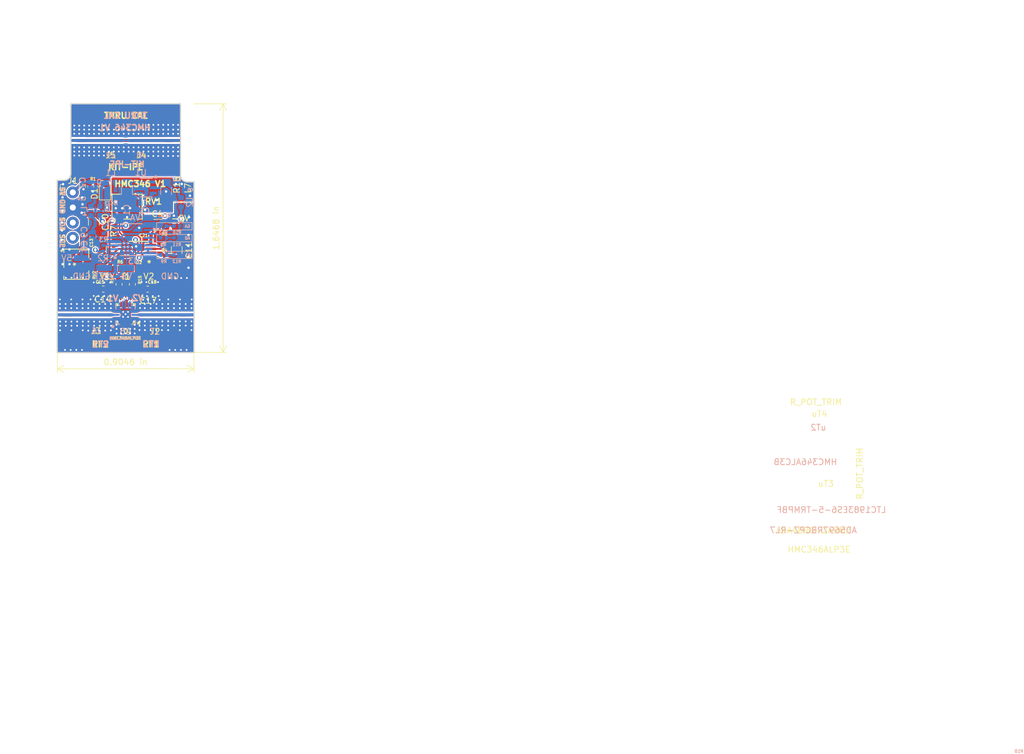
<source format=kicad_pcb>
(kicad_pcb (version 20171130) (host pcbnew 5.1.5-52549c5~84~ubuntu18.04.1)
  (layers (0 F.Cu mixed) (1 In1.Cu power) (2 In2.Cu mixed) (31 B.Cu signal) (34 B.Paste user) (35 F.Paste user) (36 B.SilkS user hide) (37 F.SilkS user) (38 B.Mask user hide) (39 F.Mask user) (44 Edge.Cuts user))
  (net 0 "")
  (net 1 GND)
  (net 2 "Net-(C1-Pad1)")
  (net 3 "Net-(C3-Pad2)")
  (net 4 "Net-(C3-Pad1)")
  (net 5 VSS)
  (net 6 +5V)
  (net 7 "Net-(C10-Pad1)")
  (net 8 "Net-(C12-Pad1)")
  (net 9 "Net-(D1-Pad2)")
  (net 10 "Net-(J1-Pad4)")
  (net 11 "Net-(J1-Pad3)")
  (net 12 "Net-(J2-Pad1)")
  (net 13 "Net-(J3-Pad1)")
  (net 14 "Net-(R2-Pad2)")
  (net 15 "Net-(R3-Pad2)")
  (net 16 /Control/V1)
  (net 17 "Net-(R11-Pad2)")
  (net 18 "Net-(R12-Pad2)")
  (net 19 "Net-(R10-Pad1)")
  (net 20 /Control/I)
  (net 21 "Net-(J4-Pad1)")
  (net 22 /Control/V2)
  (net 23 "Net-(U3-Pad1)")
  (net 24 "Net-(5V1-Pad1)")
  (net 25 "Net-(C11-Pad1)")
  (net 26 "Net-(C13-Pad1)")
  (net 27 "Net-(R5-Pad1)")
  (net 28 "Net-(R7-Pad1)")
  (net 29 "Net-(C14-Pad1)")
  (net 30 GNDS)
  (net 31 "Net-(C17-Pad1)")
  (net 32 "Net-(J6-Pad1)")
  (net 33 "Net-(J7-Pad1)")
  (net 34 "Net-(J8-Pad1)")
  (net 35 "Net-(J9-Pad1)")
  (module footprints:SMA_142_0701_851 (layer F.Cu) (at 133.41341 92.3732 270)
    (fp_text reference J3 (at 2.7 -3.99) (layer F.SilkS))
    (fp_text value Conn_Coaxial)
    (pad 2 smd rect (at -4.32 -0.13 270) (size 2.41 5.08) (layers B.Cu B.Mask) (net 1 GND))
    (pad 2 smd rect (at 4.32 -0.13 270) (size 2.41 5.08) (layers B.Cu B.Mask) (net 1 GND))
    (pad 2 smd rect (at -4.32 -0.13 270) (size 2.41 5.08) (layers F.Cu F.Mask) (net 1 GND))
    (pad 2 smd rect (at 4.32 -0.13 270) (size 2.41 5.08) (layers F.Cu F.Mask) (net 1 GND))
    (pad 1 smd rect (at 0 1.235 270) (size 0.508 2.35) (layers F.Cu F.Mask) (net 13 "Net-(J3-Pad1)") (clearance 0.33))
  )
  (module footprints:SMA_142_0701_851 (layer F.Cu) (at 151.39341 92.3732 90)
    (fp_text reference J2 (at -2.8 -4.06) (layer F.SilkS))
    (fp_text value Conn_Coaxial)
    (pad 2 smd rect (at -4.32 -0.13 90) (size 2.41 5.08) (layers B.Cu B.Mask) (net 1 GND))
    (pad 2 smd rect (at 4.32 -0.13 90) (size 2.41 5.08) (layers B.Cu B.Mask) (net 1 GND))
    (pad 2 smd rect (at -4.32 -0.13 90) (size 2.41 5.08) (layers F.Cu F.Mask) (net 1 GND))
    (pad 2 smd rect (at 4.32 -0.13 90) (size 2.41 5.08) (layers F.Cu F.Mask) (net 1 GND))
    (pad 1 smd rect (at 0 1.235 90) (size 0.508 2.35) (layers F.Cu F.Mask) (net 12 "Net-(J2-Pad1)") (clearance 0.33))
  )
  (module "" (layer F.Cu) (at 151.32341 78.5432)
    (fp_text reference "" (at 141.29341 87.2332) (layer F.SilkS) (effects (font (size 1.27 1.27))))
    (fp_text value "" (at 141.29341 87.2332) (layer F.SilkS) (effects (font (size 1.27 1.27))))
    (fp_text user R10 (at 141.28341 87.2532) (layer B.SilkS) (effects (font (size 0.5 0.5) (thickness 0.125)) (justify mirror)))
  )
  (module footprints:R_0603_1608Metric (layer F.Cu) (at 141.29341 87.2332 270)
    (fp_text reference R14 (at -0.86 1.21 270) (layer F.SilkS) (effects (font (size 0.5 0.5) (thickness 0.125))))
    (fp_text value 0)
    (pad 2 smd roundrect (at 0.7875 0 270) (size 0.875 0.95) (layers F.Cu F.Paste F.Mask) (net 29 "Net-(C14-Pad1)"))
    (pad 1 smd roundrect (at -0.7875 0 270) (size 0.875 0.95) (layers F.Cu F.Paste F.Mask) (net 16 /Control/V1))
  )
  (module footprints:R_0603_1608Metric (layer F.Cu) (at 143.52341 87.2432 270)
    (fp_text reference R15 (at -0.76 -1.27 270) (layer F.SilkS) (effects (font (size 0.5 0.5) (thickness 0.125))))
    (fp_text value "0 ")
    (pad 2 smd roundrect (at 0.7875 0 270) (size 0.875 0.95) (layers F.Cu F.Paste F.Mask) (net 31 "Net-(C17-Pad1)"))
    (pad 1 smd roundrect (at -0.7875 0 270) (size 0.875 0.95) (layers F.Cu F.Paste F.Mask) (net 22 /Control/V2))
  )
  (module footprints:uwT0.50_0.51_0.30_0.30_0.60 (layer B.Cu) (at 139.87341 92.3732)
    (fp_text reference uT1 (at -188.304 4.582) (layer B.SilkS) (effects (justify mirror)))
    (fp_text value Taper)
    (pad 1 smd rect (at 0.85 0) (size 0.3 0.3048) (layers B.Cu) (net 32 "Net-(J6-Pad1)"))
    (pad 1 smd custom (at 0 0) (size 0.5 0.51) (layers B.Cu) (net 32 "Net-(J6-Pad1)") (options (clearance outline) (anchor rect)) (primitives (gr_poly (pts (xy -0.25 0.255) (xy 0.25 0.255) (xy 0.7 0.1524) (xy 1 0.1524) (xy 1 -0.1524) (xy 0.7 -0.1524) (xy 0.25 -0.255) (xy -0.25 -0.255)) (width 0))))
  )
  (module footprints:SMA_142_0701_851 (layer B.Cu) (at 135.70341 63.0232 90)
    (fp_text reference J9 (at -2.5 4.25 180) (layer B.SilkS) (effects (justify mirror)))
    (fp_text value Conn_Coaxial)
    (pad 1 smd rect (at 0 -1.235 90) (size 0.508 2.35) (layers B.Cu B.Mask) (net 35 "Net-(J9-Pad1)") (clearance 0.33))
  )
  (module footprints:SMA_142_0701_851 (layer B.Cu) (at 133.41341 92.3632 90)
    (fp_text reference J6 (at -2.72 4.07) (layer B.SilkS) (effects (justify mirror)))
    (fp_text value Conn_Coaxial)
    (pad 1 smd rect (at 0 -1.235 90) (size 0.508 2.35) (layers B.Cu B.Mask) (net 32 "Net-(J6-Pad1)") (clearance 0.33))
  )
  (module footprints:SMA_142_0701_851 (layer B.Cu) (at 153.82341 92.3532 90)
    (fp_text reference J7 (at -2.82 -6.57 180) (layer B.SilkS) (effects (justify mirror)))
    (fp_text value Conn_Coaxial)
    (pad 1 smd rect (at -0.02 -1.2 90) (size 0.508 2.35) (layers B.Cu B.Mask) (net 33 "Net-(J7-Pad1)") (clearance 0.33))
  )
  (module footprints:SMA_142_0701_851 (layer B.Cu) (at 149.08841 63.0232 270)
    (fp_text reference J8 (at 2.46 4.035 180) (layer B.SilkS) (effects (justify mirror)))
    (fp_text value Conn_Coaxial)
    (pad 1 smd rect (at 0 -1.235 270) (size 0.508 2.35) (layers B.Cu B.Mask) (net 34 "Net-(J8-Pad1)") (clearance 0.33))
  )
  (module footprints:uwT0.50_0.51_0.30_0.30_0.6_double (layer B.Cu) (at 143.25341 63.0332 180)
    (fp_text reference U6 (at 196.684 -10.502) (layer B.SilkS) (effects (justify mirror)))
    (fp_text value Tap_Cout)
    (pad 2 smd custom (at 1.71 0) (size 0.5 0.51) (layers B.Cu) (net 35 "Net-(J9-Pad1)") (options (clearance outline) (anchor rect)) (primitives (gr_poly (pts (xy -0.25 0.255) (xy 0.25 0.255) (xy 0.7 0.1524) (xy 1 0.1524) (xy 1 -0.1524) (xy 0.7 -0.1524) (xy 0.25 -0.255) (xy -0.25 -0.255)) (width 0))))
    (pad 1 smd custom (at 0 0 180) (size 0.5 0.51) (layers B.Cu) (net 34 "Net-(J8-Pad1)") (options (clearance outline) (anchor rect)) (primitives (gr_poly (pts (xy -0.25 0.255) (xy 0.25 0.255) (xy 0.7 0.1524) (xy 1 0.1524) (xy 1 -0.1524) (xy 0.7 -0.1524) (xy 0.25 -0.255) (xy -0.25 -0.255)) (width 0))))
  )
  (module footprints:HMC346ALC3B (layer B.Cu) (at 142.37341 92.3732)
    (fp_text reference U5 (at 0 2.8) (layer B.SilkS) (effects (justify mirror)))
    (fp_text value HMC346ALC3B (at 114.32 24.76) (layer B.SilkS) (effects (justify mirror)))
    (fp_text user * (at -2.15 2.27) (layer B.SilkS) (effects (justify mirror)))
    (fp_text user * (at -2.15 2.27) (layer B.SilkS) (effects (justify mirror)))
    (pad 11 smd rect (at 0 1.3924) (size 0.3048 0.828) (layers B.Cu B.Paste B.Mask) (net 1 GND))
    (pad 12 smd rect (at -0.499999 1.3924) (size 0.3048 0.828) (layers B.Cu B.Paste B.Mask) (net 1 GND))
    (pad 1 smd rect (at -1.3924 0.499999 270) (size 0.3048 0.828) (layers B.Cu B.Paste B.Mask) (net 1 GND))
    (pad 2 smd rect (at -1.3924 0 270) (size 0.3 0.828) (layers B.Cu B.Paste B.Mask) (net 32 "Net-(J6-Pad1)"))
    (pad 3 smd rect (at -1.3924 -0.499999 270) (size 0.3048 0.828) (layers B.Cu B.Paste B.Mask) (net 1 GND))
    (pad 4 smd rect (at -0.499999 -1.3924) (size 0.3048 0.828) (layers B.Cu B.Paste B.Mask) (net 29 "Net-(C14-Pad1)"))
    (pad 5 smd rect (at 0 -1.3924) (size 0.3048 0.828) (layers B.Cu B.Paste B.Mask) (net 20 /Control/I))
    (pad 6 smd rect (at 0.499999 -1.3924) (size 0.3048 0.828) (layers B.Cu B.Paste B.Mask) (net 31 "Net-(C17-Pad1)"))
    (pad 7 smd rect (at 1.3924 -0.499999 270) (size 0.3048 0.828) (layers B.Cu B.Paste B.Mask) (net 1 GND))
    (pad 8 smd rect (at 1.3924 0 270) (size 0.3 0.828) (layers B.Cu B.Paste B.Mask) (net 33 "Net-(J7-Pad1)"))
    (pad 9 smd rect (at 1.3924 0.499999 270) (size 0.3048 0.828) (layers B.Cu B.Paste B.Mask) (net 1 GND))
    (pad 10 smd rect (at 0.499999 1.3924) (size 0.3048 0.828) (layers B.Cu B.Paste B.Mask) (net 1 GND))
    (pad 13 smd rect (at 0 0) (size 1.5 1.5) (layers B.Cu B.Paste B.Mask) (net 1 GND))
  )
  (module footprints:HMC346ALP3E (layer F.Cu) (at 142.38741 92.1232 180)
    (fp_text reference U4 (at 0 -3.048 180) (layer F.SilkS))
    (fp_text value HMC346ALP3E (at -116.616 -39.73 180) (layer F.SilkS))
    (fp_text user * (at -2.186 -1.95 180) (layer F.SilkS))
    (fp_text user * (at -2.186 -1.95 180) (layer F.SilkS))
    (pad 17 smd rect (at 0 0 180) (size 1.725 1.725) (layers F.Cu F.Paste F.Mask) (net 1 GND) (clearance 0.001))
    (pad 16 smd rect (at -0.750001 -1.4524 180) (size 0.24 0.8048) (layers F.Cu F.Paste F.Mask) (net 1 GND))
    (pad 15 smd rect (at -0.25 -1.4524 180) (size 0.24 0.8048) (layers F.Cu F.Paste F.Mask) (net 1 GND))
    (pad 14 smd rect (at 0.25 -1.4524 180) (size 0.24 0.8048) (layers F.Cu F.Paste F.Mask) (net 1 GND))
    (pad 13 smd rect (at 0.750001 -1.4524 180) (size 0.24 0.8048) (layers F.Cu F.Paste F.Mask) (net 1 GND))
    (pad 12 smd rect (at 1.4524 -0.750001 270) (size 0.24 0.8048) (layers F.Cu F.Paste F.Mask) (net 1 GND))
    (pad 11 smd rect (at 1.4524 -0.25 270) (size 0.24 0.8048) (layers F.Cu F.Paste F.Mask) (net 13 "Net-(J3-Pad1)") (clearance 0.18))
    (pad 10 smd rect (at 1.4524 0.25 270) (size 0.24 0.8048) (layers F.Cu F.Paste F.Mask) (net 1 GND))
    (pad 9 smd rect (at 1.4524 0.750001 270) (size 0.24 0.8048) (layers F.Cu F.Paste F.Mask) (net 1 GND))
    (pad 8 smd rect (at 0.750001 1.4524 180) (size 0.24 0.8048) (layers F.Cu F.Paste F.Mask) (net 29 "Net-(C14-Pad1)"))
    (pad 7 smd rect (at 0.25 1.4524 180) (size 0.24 0.8048) (layers F.Cu F.Paste F.Mask) (net 1 GND) (clearance 0.1))
    (pad 6 smd rect (at -0.25 1.4524 180) (size 0.24 0.8048) (layers F.Cu F.Paste F.Mask) (net 20 /Control/I))
    (pad 5 smd rect (at -0.750001 1.4524 180) (size 0.24 0.8048) (layers F.Cu F.Paste F.Mask) (net 31 "Net-(C17-Pad1)"))
    (pad 4 smd rect (at -1.4524 0.750001 270) (size 0.24 0.8048) (layers F.Cu F.Paste F.Mask) (net 1 GND))
    (pad 3 smd rect (at -1.4524 0.25 270) (size 0.24 0.8048) (layers F.Cu F.Paste F.Mask) (net 1 GND))
    (pad 2 smd rect (at -1.4524 -0.25 270) (size 0.24 0.8048) (layers F.Cu F.Paste F.Mask) (net 12 "Net-(J2-Pad1)") (clearance 0.18))
    (pad 1 smd rect (at -1.4524 -0.750001 270) (size 0.24 0.8048) (layers F.Cu F.Paste F.Mask) (net 1 GND))
  )
  (module footprints:3214W-1-103E (layer F.Cu) (at 142.64141 74.1612)
    (fp_text reference RV1 (at 4.442 -0.858) (layer F.SilkS) (effects (font (thickness 0.2))))
    (fp_text value R_POT_TRIM (at 115.822 32.882) (layer F.SilkS))
    (pad 3 smd rect (at 1.27 2.032) (size 0.7874 1.1938) (layers F.Cu F.Paste F.Mask) (net 1 GND))
    (pad 2 smd rect (at 0 -1.9812) (size 1.5748 1.524) (layers F.Cu F.Paste F.Mask) (net 15 "Net-(R3-Pad2)"))
    (pad 1 smd rect (at -1.27 1.9812) (size 0.7874 1.1938) (layers F.Cu F.Paste F.Mask) (net 7 "Net-(C10-Pad1)"))
  )
  (module footprints:3214W-1-103E (layer F.Cu) (at 134.09841 83.8482 270)
    (fp_text reference RV2 (at 1.835 -3.025 270) (layer F.SilkS) (effects (font (size 0.5 0.5) (thickness 0.125))))
    (fp_text value R_POT_TRIM (at 35.215 -131.755 270) (layer F.SilkS))
    (fp_text user * (at 0 0 270) (layer F.SilkS))
    (pad 3 smd rect (at 1.27 2.032 270) (size 0.7874 1.1938) (layers F.Cu F.Paste F.Mask) (net 1 GND))
    (pad 2 smd rect (at 0 -1.9812 270) (size 1.5748 1.524) (layers F.Cu F.Paste F.Mask) (net 14 "Net-(R2-Pad2)"))
    (pad 1 smd rect (at -1.27 1.9812 270) (size 0.7874 1.1938) (layers F.Cu F.Paste F.Mask) (net 7 "Net-(C10-Pad1)"))
  )
  (module footprints:uwT0.50_0.51_0.30_0.30_0.60 (layer B.Cu) (at 144.88341 92.3732 180)
    (fp_text reference uT2 (at -113.99 -18.95) (layer B.SilkS) (effects (justify mirror)))
    (fp_text value Taper)
    (pad 1 smd rect (at 0.85 0 180) (size 0.3 0.3048) (layers B.Cu) (net 33 "Net-(J7-Pad1)") (clearance 0.18))
    (pad 1 smd custom (at 0 0 180) (size 0.5 0.51) (layers B.Cu) (net 33 "Net-(J7-Pad1)") (clearance 0.18) (options (clearance outline) (anchor rect)) (primitives (gr_poly (pts (xy -0.25 0.255) (xy 0.25 0.255) (xy 0.7 0.1524) (xy 1 0.1524) (xy 1 -0.1524) (xy 0.7 -0.1524) (xy 0.25 -0.255) (xy -0.25 -0.255)) (width 0))))
  )
  (module footprints:uwT0.50_0.51_0.20_0.25_0.60 (layer F.Cu) (at 139.77341 92.3732)
    (fp_text reference uT4 (at 119.3 16.65) (layer F.SilkS))
    (fp_text value Taper)
    (pad 1 smd rect (at 0.85 0) (size 0.2 0.25) (layers F.Cu) (net 13 "Net-(J3-Pad1)"))
    (pad 1 smd custom (at 0 0) (size 0.5 0.51) (layers F.Cu) (net 13 "Net-(J3-Pad1)") (options (clearance outline) (anchor rect)) (primitives (gr_poly (pts (xy -0.25 -0.255) (xy 0.25 -0.255) (xy 0.75 -0.125) (xy 0.95 -0.125) (xy 0.95 0.125) (xy 0.75 0.125) (xy 0.25 0.255) (xy -0.25 0.255)) (width 0))))
  )
  (module footprints:uwT0.50_0.51_0.20_0.25_0.60 (layer F.Cu) (at 144.99341 92.3732 180)
    (fp_text reference uT3 (at -115.16 -28.41) (layer F.SilkS))
    (fp_text value Taper)
    (pad 1 smd rect (at 0.85 0 180) (size 0.2 0.25) (layers F.Cu) (net 12 "Net-(J2-Pad1)") (clearance 0.18))
    (pad 1 smd custom (at 0 0 180) (size 0.5 0.51) (layers F.Cu) (net 12 "Net-(J2-Pad1)") (clearance 0.18) (options (clearance outline) (anchor rect)) (primitives (gr_poly (pts (xy -0.25 -0.255) (xy 0.25 -0.255) (xy 0.75 -0.125) (xy 0.95 -0.125) (xy 0.95 0.125) (xy 0.75 0.125) (xy 0.25 0.255) (xy -0.25 0.255)) (width 0))))
  )
  (module footprints:R_0603_1608Metric (layer F.Cu) (at 151.22341 73.4232 90)
    (fp_text reference R16 (at 2.925 -0.225 90) (layer F.SilkS))
    (fp_text value 10)
    (pad 2 smd roundrect (at 0.7875 0 90) (size 0.875 0.95) (layers F.Cu F.Paste F.Mask) (net 30 GNDS))
    (pad 1 smd roundrect (at -0.7875 0 90) (size 0.875 0.95) (layers F.Cu F.Paste F.Mask) (net 1 GND))
  )
  (module footprints:ADA4896-2ARMZ (layer F.Cu) (at 144.59341 81.5932 180)
    (fp_text reference U2 (at -0.055 -1.955 180) (layer F.SilkS) (effects (font (size 0.5 0.5) (thickness 0.125))))
    (fp_text value ADA4896-2ARMZ (at -113.48 -47.05 180) (layer F.SilkS))
    (fp_text user * (at -1.75 -2.14 180) (layer F.SilkS))
    (fp_text user * (at -1.75 -2.14 180) (layer F.SilkS))
    (pad 8 smd rect (at 2.0447 -0.974999 180) (size 1.778 0.4318) (layers F.Cu F.Paste F.Mask) (net 7 "Net-(C10-Pad1)"))
    (pad 7 smd rect (at 2.0447 -0.325001 180) (size 1.778 0.4318) (layers F.Cu F.Paste F.Mask) (net 16 /Control/V1))
    (pad 6 smd rect (at 2.0447 0.325001 180) (size 1.778 0.4318) (layers F.Cu F.Paste F.Mask) (net 26 "Net-(C13-Pad1)"))
    (pad 5 smd rect (at 2.0447 0.974999 180) (size 1.778 0.4318) (layers F.Cu F.Paste F.Mask) (net 28 "Net-(R7-Pad1)"))
    (pad 4 smd rect (at -2.0447 0.974999 180) (size 1.778 0.4318) (layers F.Cu F.Paste F.Mask) (net 5 VSS))
    (pad 3 smd rect (at -2.0447 0.325001 180) (size 1.778 0.4318) (layers F.Cu F.Paste F.Mask) (net 27 "Net-(R5-Pad1)"))
    (pad 2 smd rect (at -2.0447 -0.325001 180) (size 1.778 0.4318) (layers F.Cu F.Paste F.Mask) (net 25 "Net-(C11-Pad1)"))
    (pad 1 smd rect (at -2.0447 -0.974999 180) (size 1.778 0.4318) (layers F.Cu F.Paste F.Mask) (net 22 /Control/V2))
  )
  (module footprints:C_1206_3216Metric (layer F.Cu) (at 137.05341 76.7012 270)
    (fp_text reference C10 (at 0.062 -1.93 90) (layer F.SilkS))
    (fp_text value 10u)
    (pad 2 smd roundrect (at 1.4 0 270) (size 1.25 1.75) (layers F.Cu F.Paste F.Mask) (roundrect_rratio 0.2) (net 1 GND))
    (pad 1 smd roundrect (at -1.4 0 270) (size 1.25 1.75) (layers F.Cu F.Paste F.Mask) (roundrect_rratio 0.2) (net 7 "Net-(C10-Pad1)"))
  )
  (module footprints:L_0603_1608Metric (layer F.Cu) (at 152.79341 73.4232 270)
    (fp_text reference L7 (at -2.375 -0.055 90) (layer F.SilkS))
    (fp_text value L)
    (pad 2 smd roundrect (at 0.7875 0 270) (size 0.875 0.95) (layers F.Cu F.Paste F.Mask) (net 1 GND))
    (pad 1 smd roundrect (at -0.7875 0 270) (size 0.875 0.95) (layers F.Cu F.Paste F.Mask) (net 30 GNDS))
  )
  (module digikey-footprints:Test_Point_2.67x1.02mm (layer B.Cu) (at 148.80341 74.4232)
    (fp_text reference GND (at 0.42 1.275) (layer B.SilkS) (effects (font (size 0.5 0.5) (thickness 0.125)) (justify mirror)))
    (fp_text value GND)
    (pad 1 smd rect (at 0 0) (size 2.67 1.02) (layers B.Cu B.Paste B.Mask) (net 30 GNDS))
  )
  (module footprints:C_0402_1005Metric (layer B.Cu) (at 138.79341 72.5732)
    (fp_text reference C23 (at 0.81 0.99) (layer B.SilkS) (effects (font (size 0.5 0.5) (thickness 0.125)) (justify mirror)))
    (fp_text value 100n)
    (pad 2 smd roundrect (at 0.485 0) (size 0.59 0.64) (layers B.Cu B.Paste B.Mask) (net 1 GND))
    (pad 1 smd roundrect (at -0.485 0) (size 0.59 0.64) (layers B.Cu B.Paste B.Mask) (net 6 +5V))
  )
  (module footprints:C_0402_1005Metric (layer B.Cu) (at 138.79341 71.4732)
    (fp_text reference C22 (at -0.84 -1.27 90) (layer B.SilkS) (effects (font (size 0.5 0.5) (thickness 0.125)) (justify mirror)))
    (fp_text value 100n)
    (pad 1 smd roundrect (at -0.485 0) (size 0.59 0.64) (layers B.Cu B.Paste B.Mask) (net 6 +5V))
    (pad 2 smd roundrect (at 0.485 0) (size 0.59 0.64) (layers B.Cu B.Paste B.Mask) (net 1 GND))
  )
  (module footprints:C_0402_1005Metric (layer F.Cu) (at 147.14841 78.9982)
    (fp_text reference C21 (at -1.75 0.025) (layer F.SilkS) (effects (font (size 0.5 0.5) (thickness 0.125))))
    (fp_text value 100n)
    (pad 2 smd roundrect (at 0.485 0) (size 0.59 0.64) (layers F.Cu F.Paste F.Mask) (net 1 GND))
    (pad 1 smd roundrect (at -0.485 0) (size 0.59 0.64) (layers F.Cu F.Paste F.Mask) (net 5 VSS))
  )
  (module footprints:C_0603_1608Metric (layer F.Cu) (at 146.10341 88.0432)
    (fp_text reference C18 (at 0.76 -1.2) (layer F.SilkS) (effects (font (size 0.5 0.5) (thickness 0.125))))
    (fp_text value 100n)
    (pad 2 smd roundrect (at 0.7875 0) (size 0.875 0.95) (layers F.Cu F.Paste F.Mask) (net 1 GND))
    (pad 1 smd roundrect (at -0.7875 0) (size 0.875 0.95) (layers F.Cu F.Paste F.Mask) (net 31 "Net-(C17-Pad1)"))
  )
  (module footprints:C_0603_1608Metric (layer F.Cu) (at 138.62591 88.0332 180)
    (fp_text reference C15 (at 0.5325 1.18) (layer F.SilkS) (effects (font (size 0.5 0.5) (thickness 0.125))))
    (fp_text value 100n)
    (pad 2 smd roundrect (at 0.7875 0 180) (size 0.875 0.95) (layers F.Cu F.Paste F.Mask) (net 1 GND))
    (pad 1 smd roundrect (at -0.7875 0 180) (size 0.875 0.95) (layers F.Cu F.Paste F.Mask) (net 29 "Net-(C14-Pad1)"))
  )
  (module footprints:R_0402_1005Metric (layer F.Cu) (at 140.36341 80.3132 90)
    (fp_text reference R7 (at 2.03 0.01 90) (layer F.SilkS))
    (fp_text value "4.99K 1%")
    (pad 2 smd roundrect (at 0.485 0 90) (size 0.59 0.64) (layers F.Cu F.Paste F.Mask) (net 1 GND))
    (pad 1 smd roundrect (at -0.485 0 90) (size 0.59 0.64) (layers F.Cu F.Paste F.Mask) (net 28 "Net-(R7-Pad1)"))
  )
  (module footprints:R_0402_1005Metric (layer F.Cu) (at 148.94341 80.2032 90)
    (fp_text reference R5 (at 1.44 -0.01 180) (layer F.SilkS) (effects (font (size 0.5 0.5) (thickness 0.125))))
    (fp_text value "4.99K 1%")
    (pad 2 smd roundrect (at 0.485 0 90) (size 0.59 0.64) (layers F.Cu F.Paste F.Mask) (net 1 GND))
    (pad 1 smd roundrect (at -0.485 0 90) (size 0.59 0.64) (layers F.Cu F.Paste F.Mask) (net 27 "Net-(R5-Pad1)"))
  )
  (module footprints:C_0402_1005Metric (layer B.Cu) (at 136.73341 72.8132 180)
    (fp_text reference C20 (at 1.73 -0.01) (layer B.SilkS) (effects (font (size 0.5 0.5) (thickness 0.125)) (justify mirror)))
    (fp_text value 100n)
    (pad 2 smd roundrect (at 0.485 0 180) (size 0.59 0.64) (layers B.Cu B.Paste B.Mask) (net 1 GND))
    (pad 1 smd roundrect (at -0.485 0 180) (size 0.59 0.64) (layers B.Cu B.Paste B.Mask) (net 6 +5V))
  )
  (module footprints:C_1206_3216Metric (layer B.Cu) (at 149.20341 71.5332 270)
    (fp_text reference C12 (at -1.935 -1.82 180) (layer B.SilkS) (effects (font (size 0.5 0.5) (thickness 0.125)) (justify mirror)))
    (fp_text value 10u)
    (pad 2 smd roundrect (at 1.4 0 270) (size 1.25 1.75) (layers B.Cu B.Paste B.Mask) (roundrect_rratio 0.2) (net 30 GNDS))
    (pad 1 smd roundrect (at -1.4 0 270) (size 1.25 1.75) (layers B.Cu B.Paste B.Mask) (roundrect_rratio 0.2) (net 8 "Net-(C12-Pad1)"))
  )
  (module footprints:C_0402_1005Metric (layer B.Cu) (at 151.78341 71.3232)
    (fp_text reference C5 (at 1.49 0 180) (layer B.SilkS) (effects (font (size 0.5 0.5) (thickness 0.125)) (justify mirror)))
    (fp_text value 100n)
    (pad 2 smd roundrect (at 0.485 0) (size 0.59 0.64) (layers B.Cu B.Paste B.Mask) (net 30 GNDS))
    (pad 1 smd roundrect (at -0.485 0) (size 0.59 0.64) (layers B.Cu B.Paste B.Mask) (net 8 "Net-(C12-Pad1)"))
  )
  (module footprints:L_0603_1608Metric (layer B.Cu) (at 151.71341 73.4132 90)
    (fp_text reference L2 (at -0.01 1.45 90) (layer B.SilkS) (effects (justify mirror)))
    (fp_text value L)
    (pad 2 smd roundrect (at 0.7875 0 90) (size 0.875 0.95) (layers B.Cu B.Paste B.Mask) (net 8 "Net-(C12-Pad1)"))
    (pad 1 smd roundrect (at -0.7875 0 90) (size 0.875 0.95) (layers B.Cu B.Paste B.Mask) (net 5 VSS))
  )
  (module footprints:L_0603_1608Metric (layer B.Cu) (at 139.88341 70.1157)
    (fp_text reference L1 (at -0.01 -1.6325) (layer B.SilkS) (effects (justify mirror)))
    (fp_text value L)
    (pad 1 smd roundrect (at -0.7875 0) (size 0.875 0.95) (layers B.Cu B.Paste B.Mask) (net 6 +5V))
    (pad 2 smd roundrect (at 0.7875 0) (size 0.875 0.95) (layers B.Cu B.Paste B.Mask) (net 2 "Net-(C1-Pad1)"))
  )
  (module footprints:L_0603_1608Metric (layer B.Cu) (at 136.54341 74.8832 270)
    (fp_text reference L4 (at 0.08 1.128 90) (layer B.SilkS) (effects (justify mirror)))
    (fp_text value L)
    (pad 2 smd roundrect (at 0.7875 0 270) (size 0.875 0.95) (layers B.Cu B.Paste B.Mask) (net 24 "Net-(5V1-Pad1)"))
    (pad 1 smd roundrect (at -0.7875 0 270) (size 0.875 0.95) (layers B.Cu B.Paste B.Mask) (net 6 +5V))
  )
  (module footprints:L_0603_1608Metric (layer B.Cu) (at 138.08341 74.8932 270)
    (fp_text reference L3 (at -0.44 -1.28 90) (layer B.SilkS) (effects (font (size 0.7 0.7)) (justify mirror)))
    (fp_text value L)
    (pad 2 smd roundrect (at 0.7875 0 270) (size 0.875 0.95) (layers B.Cu B.Paste B.Mask) (net 7 "Net-(C10-Pad1)"))
    (pad 1 smd roundrect (at -0.7875 0 270) (size 0.875 0.95) (layers B.Cu B.Paste B.Mask) (net 6 +5V))
  )
  (module digikey-footprints:PinHeader_1x4_P2.54mm_Drill1.02mm (layer F.Cu) (at 133.51341 71.7732 270)
    (fp_text reference J1 (at -1.975 -0.01 180) (layer F.SilkS))
    (fp_text value Data)
    (pad 1 thru_hole circle (at 0 0 270) (size 2.02 2.02) (drill 1.02) (layers *.Cu *.Mask) (net 6 +5V))
    (pad 2 thru_hole circle (at 2.54 0 270) (size 2.02 2.02) (drill 1.02) (layers *.Cu *.Mask) (net 1 GND))
    (pad 3 thru_hole circle (at 5.08 0 270) (size 2.02 2.02) (drill 1.02) (layers *.Cu *.Mask) (net 11 "Net-(J1-Pad3)"))
    (pad 4 thru_hole circle (at 7.62 0 270) (size 2.02 2.02) (drill 1.02) (layers *.Cu *.Mask) (net 10 "Net-(J1-Pad4)"))
  )
  (module footprints:SMA_142_0701_851 (layer F.Cu) (at 149.10341 63.0332 90)
    (fp_text reference J4 (at -2.4702 -4.04659 180) (layer F.SilkS))
    (fp_text value Conn_Coaxial)
    (pad 2 smd rect (at -4.32 -0.13 90) (size 2.41 5.08) (layers B.Cu B.Mask) (net 1 GND))
    (pad 2 smd rect (at 4.32 -0.13 90) (size 2.41 5.08) (layers B.Cu B.Mask) (net 1 GND))
    (pad 2 smd rect (at -4.32 -0.13 90) (size 2.41 5.08) (layers F.Cu F.Mask) (net 1 GND))
    (pad 2 smd rect (at 4.32 -0.13 90) (size 2.41 5.08) (layers F.Cu F.Mask) (net 1 GND))
    (pad 1 smd rect (at 0 1.235 90) (size 0.508 2.35) (layers F.Cu F.Mask) (net 21 "Net-(J4-Pad1)") (clearance 0.33))
  )
  (module footprints:SMA_142_0701_851 (layer F.Cu) (at 135.70841 63.0232 270)
    (fp_text reference J5 (at 2.4802 -4.17841) (layer F.SilkS))
    (fp_text value Conn_Coaxial)
    (pad 2 smd rect (at -4.32 -0.13 270) (size 2.41 5.08) (layers B.Cu B.Mask) (net 1 GND))
    (pad 2 smd rect (at 4.32 -0.13 270) (size 2.41 5.08) (layers B.Cu B.Mask) (net 1 GND))
    (pad 2 smd rect (at -4.32 -0.13 270) (size 2.41 5.08) (layers F.Cu F.Mask) (net 1 GND))
    (pad 2 smd rect (at 4.32 -0.13 270) (size 2.41 5.08) (layers F.Cu F.Mask) (net 1 GND))
    (pad 1 smd rect (at 0 1.235 270) (size 0.508 2.35) (layers F.Cu F.Mask) (net 21 "Net-(J4-Pad1)") (clearance 0.33))
  )
  (module footprints:AD5697RBRUZ (layer B.Cu) (at 143.35141 79.7152)
    (fp_text reference U3 (at 0.452 3.598) (layer B.SilkS) (effects (justify mirror)))
    (fp_text value AD5697RBCPZ-RL7 (at 114.682 48.888) (layer B.SilkS) (effects (justify mirror)))
    (fp_text user * (at -2.738 3.338) (layer B.SilkS) (effects (justify mirror)))
    (fp_text user * (at -2.738 3.338) (layer B.SilkS) (effects (justify mirror)))
    (pad 16 smd rect (at 2.8194 2.274999) (size 1.4732 0.3556) (layers B.Cu B.Paste B.Mask) (net 24 "Net-(5V1-Pad1)"))
    (pad 15 smd rect (at 2.8194 1.624998) (size 1.4732 0.3556) (layers B.Cu B.Paste B.Mask) (net 24 "Net-(5V1-Pad1)"))
    (pad 14 smd rect (at 2.8194 0.974999) (size 1.4732 0.3556) (layers B.Cu B.Paste B.Mask) (net 18 "Net-(R12-Pad2)"))
    (pad 13 smd rect (at 2.8194 0.324998) (size 1.4732 0.3556) (layers B.Cu B.Paste B.Mask) (net 10 "Net-(J1-Pad4)"))
    (pad 12 smd rect (at 2.8194 -0.325001) (size 1.4732 0.3556) (layers B.Cu B.Paste B.Mask) (net 17 "Net-(R11-Pad2)"))
    (pad 11 smd rect (at 2.8194 -0.974999) (size 1.4732 0.3556) (layers B.Cu B.Paste B.Mask) (net 24 "Net-(5V1-Pad1)"))
    (pad 10 smd rect (at 2.8194 -1.625001) (size 1.4732 0.3556) (layers B.Cu B.Paste B.Mask) (net 19 "Net-(R10-Pad1)"))
    (pad 9 smd rect (at 2.8194 -2.274999) (size 1.4732 0.3556) (layers B.Cu B.Paste B.Mask) (net 1 GND))
    (pad 8 smd rect (at -2.8194 -2.274999) (size 1.4732 0.3556) (layers B.Cu B.Paste B.Mask) (net 11 "Net-(J1-Pad3)"))
    (pad 7 smd rect (at -2.8194 -1.624998) (size 1.4732 0.3556) (layers B.Cu B.Paste B.Mask) (net 15 "Net-(R3-Pad2)"))
    (pad 6 smd rect (at -2.8194 -0.974999) (size 1.4732 0.3556) (layers B.Cu B.Paste B.Mask))
    (pad 5 smd rect (at -2.8194 -0.324998) (size 1.4732 0.3556) (layers B.Cu B.Paste B.Mask) (net 24 "Net-(5V1-Pad1)"))
    (pad 4 smd rect (at -2.8194 0.325001) (size 1.4732 0.3556) (layers B.Cu B.Paste B.Mask) (net 1 GND))
    (pad 3 smd rect (at -2.8194 0.974999) (size 1.4732 0.3556) (layers B.Cu B.Paste B.Mask) (net 14 "Net-(R2-Pad2)"))
    (pad 2 smd rect (at -2.8194 1.625001) (size 1.4732 0.3556) (layers B.Cu B.Paste B.Mask))
    (pad 1 smd rect (at -2.8194 2.274999) (size 1.4732 0.3556) (layers B.Cu B.Paste B.Mask) (net 23 "Net-(U3-Pad1)"))
  )
  (module footprints:LED_0805_2012Metric (layer F.Cu) (at 138.92341 71.3482 90)
    (fp_text reference D1 (at -0.635 -1.76 90) (layer F.SilkS))
    (fp_text value LED)
    (pad 2 smd roundrect (at 0.9375 0 90) (size 0.975 1.4) (layers F.Cu F.Paste F.Mask) (net 9 "Net-(D1-Pad2)"))
    (pad 1 smd roundrect (at -0.9375 0 90) (size 0.975 1.4) (layers F.Cu F.Paste F.Mask) (net 1 GND))
  )
  (module footprints:C_1206_3216Metric (layer F.Cu) (at 138.22341 81.4032 90)
    (fp_text reference C13 (at 1.15 -1.59 270) (layer F.SilkS) (effects (font (size 0.5 0.5) (thickness 0.125))))
    (fp_text value 22u)
    (pad 2 smd roundrect (at 1.4 0 90) (size 1.25 1.75) (layers F.Cu F.Paste F.Mask) (roundrect_rratio 0.2) (net 1 GND))
    (pad 1 smd roundrect (at -1.4 0 90) (size 1.25 1.75) (layers F.Cu F.Paste F.Mask) (roundrect_rratio 0.2) (net 26 "Net-(C13-Pad1)"))
  )
  (module footprints:C_1206_3216Metric (layer F.Cu) (at 150.98341 81.4832 90)
    (fp_text reference C11 (at -0.044 2.072 270) (layer F.SilkS))
    (fp_text value 22u)
    (pad 2 smd roundrect (at 1.4 0 90) (size 1.25 1.75) (layers F.Cu F.Paste F.Mask) (roundrect_rratio 0.2) (net 1 GND))
    (pad 1 smd roundrect (at -1.4 0 90) (size 1.25 1.75) (layers F.Cu F.Paste F.Mask) (roundrect_rratio 0.2) (net 25 "Net-(C11-Pad1)"))
  )
  (module footprints:C_1206_3216Metric (layer F.Cu) (at 147.72141 77.1982 180)
    (fp_text reference C4 (at -0.03 1.8) (layer F.SilkS))
    (fp_text value 10u)
    (pad 2 smd roundrect (at 1.4 0 180) (size 1.25 1.75) (layers F.Cu F.Paste F.Mask) (roundrect_rratio 0.2) (net 1 GND))
    (pad 1 smd roundrect (at -1.4 0 180) (size 1.25 1.75) (layers F.Cu F.Paste F.Mask) (roundrect_rratio 0.2) (net 5 VSS))
  )
  (module footprints:C_1206_3216Metric (layer B.Cu) (at 142.61341 71.5432 270)
    (fp_text reference C1 (at 3.2 0.03 90) (layer B.SilkS) (effects (justify mirror)))
    (fp_text value 10u)
    (pad 2 smd roundrect (at 1.4 0 270) (size 1.25 1.75) (layers B.Cu B.Paste B.Mask) (roundrect_rratio 0.2) (net 30 GNDS))
    (pad 1 smd roundrect (at -1.4 0 270) (size 1.25 1.75) (layers B.Cu B.Paste B.Mask) (roundrect_rratio 0.2) (net 2 "Net-(C1-Pad1)"))
  )
  (module footprints:LTC1983ES6-5-TRMPBF (layer B.Cu) (at 145.89341 70.9632 180)
    (fp_text reference U1 (at 0.95 2.53 180) (layer B.SilkS) (effects (justify mirror)))
    (fp_text value LTC1983ES6-5-TRMPBF (at -115.176 -54.216 180) (layer B.SilkS) (effects (justify mirror)))
    (fp_text user * (at -1.566 1.484 180) (layer B.SilkS) (effects (justify mirror)))
    (fp_text user * (at -1.566 1.484) (layer B.SilkS) (effects (justify mirror)))
    (fp_text user * (at -1.566 1.494) (layer B.SilkS) (effects (justify mirror)))
    (pad 6 smd rect (at 1.143 0.9398 180) (size 1.2192 0.508) (layers B.Cu B.Paste B.Mask) (net 2 "Net-(C1-Pad1)"))
    (pad 5 smd rect (at 1.143 0 180) (size 1.2192 0.508) (layers B.Cu B.Paste B.Mask) (net 30 GNDS))
    (pad 4 smd rect (at 1.143 -0.9398 180) (size 1.2192 0.508) (layers B.Cu B.Paste B.Mask) (net 3 "Net-(C3-Pad2)"))
    (pad 3 smd rect (at -1.143 -0.9398 180) (size 1.2192 0.508) (layers B.Cu B.Paste B.Mask) (net 4 "Net-(C3-Pad1)"))
    (pad 2 smd rect (at -1.143 0 180) (size 1.2192 0.508) (layers B.Cu B.Paste B.Mask) (net 8 "Net-(C12-Pad1)"))
    (pad 1 smd rect (at -1.143 0.9398 180) (size 1.2192 0.508) (layers B.Cu B.Paste B.Mask) (net 2 "Net-(C1-Pad1)"))
  )
  (module digikey-footprints:Test_Point_2.67x1.02mm (layer F.Cu) (at 142.414996 84.6432)
    (fp_text reference I1 (at 0.048414 1.28 180) (layer F.SilkS) (effects (font (thickness 0.2))))
    (fp_text value I)
    (pad 1 smd rect (at 0 0) (size 2.67 1.02) (layers F.Cu F.Paste F.Mask) (net 20 /Control/I))
  )
  (module digikey-footprints:Test_Point_2.67x1.02mm (layer F.Cu) (at 151.53141 77.5482 180)
    (fp_text reference -5V (at -0.06 1.4) (layer F.SilkS))
    (fp_text value -5V)
    (pad 1 smd rect (at 0 0 180) (size 2.67 1.02) (layers F.Cu F.Paste F.Mask) (net 5 VSS))
  )
  (module digikey-footprints:Test_Point_2.67x1.02mm (layer F.Cu) (at 139.056584 84.6432)
    (fp_text reference V1 (at -0.123174 1.25 180) (layer F.SilkS))
    (fp_text value V1)
    (pad 1 smd rect (at 0 0) (size 2.67 1.02) (layers F.Cu F.Paste F.Mask) (net 16 /Control/V1))
  )
  (module digikey-footprints:Test_Point_2.67x1.02mm (layer B.Cu) (at 142.540076 84.4732)
    (fp_text reference VB (at -0.006666 1.41) (layer B.SilkS) (effects (justify mirror)))
    (fp_text value VA)
    (pad 1 smd rect (at 0 0) (size 2.67 1.02) (layers B.Cu B.Paste B.Mask) (net 14 "Net-(R2-Pad2)"))
  )
  (module digikey-footprints:Test_Point_2.67x1.02mm (layer F.Cu) (at 145.77341 84.6432)
    (fp_text reference V2 (at 0.52 1.25 180) (layer F.SilkS))
    (fp_text value V2)
    (pad 1 smd rect (at 0 0) (size 2.67 1.02) (layers F.Cu F.Paste F.Mask) (net 22 /Control/V2))
  )
  (module digikey-footprints:Test_Point_2.67x1.02mm (layer B.Cu) (at 135.02341 82.8232)
    (fp_text reference 5V (at -2.54 -0.01 180) (layer B.SilkS) (effects (justify mirror)))
    (fp_text value 5V)
    (pad 1 smd rect (at 0 0) (size 2.67 1.02) (layers B.Cu B.Paste B.Mask) (net 24 "Net-(5V1-Pad1)"))
  )
  (module digikey-footprints:Test_Point_2.67x1.02mm (layer B.Cu) (at 146.53341 76.0332)
    (fp_text reference VA (at -2.535 -0.01 -180) (layer B.SilkS) (effects (justify mirror)))
    (fp_text value VB)
    (pad 1 smd rect (at 0 0) (size 2.67 1.02) (layers B.Cu B.Paste B.Mask) (net 15 "Net-(R3-Pad2)"))
  )
  (module digikey-footprints:Test_Point_2.67x1.02mm (layer B.Cu) (at 138.776743 84.4732)
    (fp_text reference VREF (at -0.043333 1.41) (layer B.SilkS) (effects (justify mirror)))
    (fp_text value VREF)
    (pad 1 smd rect (at 0 0) (size 2.67 1.02) (layers B.Cu B.Paste B.Mask) (net 23 "Net-(U3-Pad1)"))
  )
  (module digikey-footprints:Test_Point_2.67x1.02mm (layer B.Cu) (at 149.87341 84.4732)
    (fp_text reference GND (at -0.02 1.41) (layer B.SilkS) (effects (justify mirror)))
    (fp_text value GND)
    (pad 1 smd rect (at 0 0) (size 2.67 1.02) (layers B.Cu B.Paste B.Mask) (net 1 GND))
  )
  (module digikey-footprints:Test_Point_2.67x1.02mm (layer B.Cu) (at 135.01341 84.4732)
    (fp_text reference GND (at 0 1.41) (layer B.SilkS) (effects (justify mirror)))
    (fp_text value GND)
    (pad 1 smd rect (at 0 0) (size 2.67 1.02) (layers B.Cu B.Paste B.Mask) (net 1 GND))
  )
  (module footprints:C_0402_1005Metric (layer B.Cu) (at 140.68341 71.9532 270)
    (fp_text reference C2 (at 1.53 -0.07 90) (layer B.SilkS) (effects (font (size 0.5 0.5) (thickness 0.125)) (justify mirror)))
    (fp_text value 100n)
    (pad 1 smd roundrect (at -0.485 0 270) (size 0.59 0.64) (layers B.Cu B.Paste B.Mask) (net 2 "Net-(C1-Pad1)"))
    (pad 2 smd roundrect (at 0.485 0 270) (size 0.59 0.64) (layers B.Cu B.Paste B.Mask) (net 30 GNDS))
  )
  (module footprints:C_0603_1608Metric (layer B.Cu) (at 145.66341 73.5832 180)
    (fp_text reference C3 (at 0.0048 -1.28059) (layer B.SilkS) (effects (font (size 0.8 0.8)) (justify mirror)))
    (fp_text value 1u)
    (pad 2 smd roundrect (at 0.7875 0 180) (size 0.875 0.95) (layers B.Cu B.Paste B.Mask) (net 3 "Net-(C3-Pad2)"))
    (pad 1 smd roundrect (at -0.7875 0 180) (size 0.875 0.95) (layers B.Cu B.Paste B.Mask) (net 4 "Net-(C3-Pad1)"))
  )
  (module footprints:C_0402_1005Metric (layer B.Cu) (at 139.93841 75.5432)
    (fp_text reference C6 (at -0.008 0.91 180) (layer B.SilkS) (effects (font (size 0.5 0.5) (thickness 0.125)) (justify mirror)))
    (fp_text value 100n)
    (pad 2 smd roundrect (at 0.485 0) (size 0.59 0.64) (layers B.Cu B.Paste B.Mask) (net 1 GND))
    (pad 1 smd roundrect (at -0.485 0) (size 0.59 0.64) (layers B.Cu B.Paste B.Mask) (net 7 "Net-(C10-Pad1)"))
  )
  (module footprints:C_0603_1608Metric (layer B.Cu) (at 136.53341 70.7732 90)
    (fp_text reference C7 (at 0.64 -1.39 90) (layer B.SilkS) (effects (justify mirror)))
    (fp_text value 1u)
    (pad 2 smd roundrect (at 0.7875 0 90) (size 0.875 0.95) (layers B.Cu B.Paste B.Mask) (net 6 +5V))
    (pad 1 smd roundrect (at -0.7875 0 90) (size 0.875 0.95) (layers B.Cu B.Paste B.Mask) (net 1 GND))
  )
  (module footprints:C_0603_1608Metric (layer B.Cu) (at 136.90341 79.2232 270)
    (fp_text reference C8 (at 1.56 1.43 90) (layer B.SilkS) (effects (justify mirror)))
    (fp_text value 1u)
    (pad 2 smd roundrect (at 0.7875 0 270) (size 0.875 0.95) (layers B.Cu B.Paste B.Mask) (net 1 GND))
    (pad 1 smd roundrect (at -0.7875 0 270) (size 0.875 0.95) (layers B.Cu B.Paste B.Mask) (net 24 "Net-(5V1-Pad1)"))
  )
  (module footprints:C_0402_1005Metric (layer B.Cu) (at 136.77341 77.0632 180)
    (fp_text reference C9 (at 1.33 -1.38 90) (layer B.SilkS) (effects (justify mirror)))
    (fp_text value 100n)
    (pad 2 smd roundrect (at 0.485 0 180) (size 0.59 0.64) (layers B.Cu B.Paste B.Mask) (net 1 GND))
    (pad 1 smd roundrect (at -0.485 0 180) (size 0.59 0.64) (layers B.Cu B.Paste B.Mask) (net 24 "Net-(5V1-Pad1)"))
  )
  (module footprints:R_0402_1005Metric (layer F.Cu) (at 136.89841 70.3482)
    (fp_text reference R1 (at 0.01 -0.85) (layer F.SilkS) (effects (font (size 0.5 0.5) (thickness 0.125))))
    (fp_text value "5K 1%")
    (pad 2 smd roundrect (at 0.485 0) (size 0.59 0.64) (layers F.Cu F.Paste F.Mask) (net 9 "Net-(D1-Pad2)"))
    (pad 1 smd roundrect (at -0.485 0) (size 0.59 0.64) (layers F.Cu F.Paste F.Mask) (net 6 +5V))
  )
  (module footprints:R_0402_1005Metric (layer B.Cu) (at 138.61341 81.1782 90)
    (fp_text reference R2 (at -1.665 -0.01 180) (layer B.SilkS) (effects (justify mirror)))
    (fp_text value "10K 1%")
    (pad 2 smd roundrect (at 0.485 0 90) (size 0.59 0.64) (layers B.Cu B.Paste B.Mask) (net 14 "Net-(R2-Pad2)"))
    (pad 1 smd roundrect (at -0.485 0 90) (size 0.59 0.64) (layers B.Cu B.Paste B.Mask) (net 25 "Net-(C11-Pad1)"))
  )
  (module footprints:R_0402_1005Metric (layer B.Cu) (at 138.67341 78.1832 270)
    (fp_text reference R3 (at 1.51 -0.02) (layer B.SilkS) (effects (font (size 0.8 0.8)) (justify mirror)))
    (fp_text value "10K 1%")
    (pad 2 smd roundrect (at 0.485 0 270) (size 0.59 0.64) (layers B.Cu B.Paste B.Mask) (net 15 "Net-(R3-Pad2)"))
    (pad 1 smd roundrect (at -0.485 0 270) (size 0.59 0.64) (layers B.Cu B.Paste B.Mask) (net 26 "Net-(C13-Pad1)"))
  )
  (module footprints:R_0402_1005Metric (layer F.Cu) (at 148.94341 82.8632 90)
    (fp_text reference R4 (at 1.32 -0.01 180) (layer F.SilkS) (effects (font (size 0.5 0.5) (thickness 0.125))))
    (fp_text value "10K 1%")
    (pad 2 smd roundrect (at 0.485 0 90) (size 0.59 0.64) (layers F.Cu F.Paste F.Mask) (net 25 "Net-(C11-Pad1)"))
    (pad 1 smd roundrect (at -0.485 0 90) (size 0.59 0.64) (layers F.Cu F.Paste F.Mask) (net 22 /Control/V2))
  )
  (module footprints:R_0402_1005Metric (layer F.Cu) (at 140.35341 82.5432 90)
    (fp_text reference R6 (at -0.93 1.11) (layer F.SilkS) (effects (font (size 0.5 0.5) (thickness 0.125))))
    (fp_text value "10K 1%")
    (pad 2 smd roundrect (at 0.485 0 90) (size 0.59 0.64) (layers F.Cu F.Paste F.Mask) (net 26 "Net-(C13-Pad1)"))
    (pad 1 smd roundrect (at -0.485 0 90) (size 0.59 0.64) (layers F.Cu F.Paste F.Mask) (net 16 /Control/V1))
  )
  (module footprints:R_0402_1005Metric (layer B.Cu) (at 148.79341 79.3972 180)
    (fp_text reference R8 (at 0.07 -1.176) (layer B.SilkS) (effects (font (size 0.5 0.5) (thickness 0.125)) (justify mirror)))
    (fp_text value DNP)
    (pad 2 smd roundrect (at 0.485 0 180) (size 0.59 0.64) (layers B.Cu B.Paste B.Mask) (net 24 "Net-(5V1-Pad1)"))
    (pad 1 smd roundrect (at -0.485 0 180) (size 0.59 0.64) (layers B.Cu B.Paste B.Mask) (net 17 "Net-(R11-Pad2)"))
  )
  (module footprints:R_0402_1005Metric (layer B.Cu) (at 148.80882 82.2924 180)
    (fp_text reference R9 (at -0.01459 -1.1008) (layer B.SilkS) (effects (font (size 0.5 0.5) (thickness 0.125)) (justify mirror)))
    (fp_text value DNP)
    (pad 2 smd roundrect (at 0.485 0 180) (size 0.59 0.64) (layers B.Cu B.Paste B.Mask) (net 24 "Net-(5V1-Pad1)"))
    (pad 1 smd roundrect (at -0.485 0 180) (size 0.59 0.64) (layers B.Cu B.Paste B.Mask) (net 18 "Net-(R12-Pad2)"))
  )
  (module footprints:R_0402_1005Metric (layer B.Cu) (at 151.02341 77.4252)
    (fp_text reference R10 (at 0.02 1.048) (layer B.SilkS) (effects (font (size 0.5 0.5) (thickness 0.125)) (justify mirror)))
    (fp_text value DNP)
    (pad 2 smd roundrect (at 0.485 0) (size 0.59 0.64) (layers B.Cu B.Paste B.Mask) (net 24 "Net-(5V1-Pad1)"))
    (pad 1 smd roundrect (at -0.485 0) (size 0.59 0.64) (layers B.Cu B.Paste B.Mask) (net 19 "Net-(R10-Pad1)"))
  )
  (module footprints:R_0402_1005Metric (layer B.Cu) (at 151.01282 79.3724 180)
    (fp_text reference R11 (at -0.00059 -1.1908) (layer B.SilkS) (effects (font (size 0.5 0.5) (thickness 0.125)) (justify mirror)))
    (fp_text value DNP)
    (pad 2 smd roundrect (at 0.485 0 180) (size 0.59 0.64) (layers B.Cu B.Paste B.Mask) (net 17 "Net-(R11-Pad2)"))
    (pad 1 smd roundrect (at -0.485 0 180) (size 0.59 0.64) (layers B.Cu B.Paste B.Mask) (net 1 GND))
  )
  (module footprints:R_0402_1005Metric (layer B.Cu) (at 150.99282 82.2924 180)
    (fp_text reference R12 (at -0.00059 -1.1008) (layer B.SilkS) (effects (font (size 0.5 0.5) (thickness 0.125)) (justify mirror)))
    (fp_text value DNP)
    (pad 2 smd roundrect (at 0.485 0 180) (size 0.59 0.64) (layers B.Cu B.Paste B.Mask) (net 18 "Net-(R12-Pad2)"))
    (pad 1 smd roundrect (at -0.485 0 180) (size 0.59 0.64) (layers B.Cu B.Paste B.Mask) (net 1 GND))
  )
  (module footprints:R_0402_1005Metric (layer B.Cu) (at 148.73341 77.4352)
    (fp_text reference R13 (at 0 1.044 180) (layer B.SilkS) (effects (font (size 0.5 0.5) (thickness 0.125)) (justify mirror)))
    (fp_text value DNP)
    (pad 2 smd roundrect (at 0.485 0) (size 0.59 0.64) (layers B.Cu B.Paste B.Mask) (net 19 "Net-(R10-Pad1)"))
    (pad 1 smd roundrect (at -0.485 0) (size 0.59 0.64) (layers B.Cu B.Paste B.Mask) (net 1 GND))
  )
  (module footprints:C_0402_1005Metric (layer F.Cu) (at 141.07341 89.3032 180)
    (fp_text reference C14 (at 2.5 -0.46) (layer F.SilkS))
    (fp_text value 10n)
    (pad 2 smd roundrect (at 0.485 0 180) (size 0.59 0.64) (layers F.Cu F.Paste F.Mask) (net 1 GND))
    (pad 1 smd roundrect (at -0.485 0 180) (size 0.59 0.64) (layers F.Cu F.Paste F.Mask) (net 29 "Net-(C14-Pad1)"))
  )
  (module footprints:C_0402_1005Metric (layer F.Cu) (at 143.69341 89.3032)
    (fp_text reference C17 (at 2.5 0.68) (layer F.SilkS))
    (fp_text value 10n)
    (pad 2 smd roundrect (at 0.485 0) (size 0.59 0.64) (layers F.Cu F.Paste F.Mask) (net 1 GND))
    (pad 1 smd roundrect (at -0.485 0) (size 0.59 0.64) (layers F.Cu F.Paste F.Mask) (net 31 "Net-(C17-Pad1)"))
  )
  (gr_line (start 147.64341 82.9032) (end 147.64341 81.6732) (layer B.SilkS) (width 0.12))
  (gr_line (start 153.60341 81.6732) (end 153.60341 82.9032) (layer B.SilkS) (width 0.12))
  (gr_line (start 153.60341 82.9032) (end 147.64341 82.9032) (layer B.SilkS) (width 0.12))
  (gr_text A1 (at 152.82341 82.2832) (layer B.SilkS) (effects (font (size 0.5 0.5) (thickness 0.125)) (justify mirror)))
  (gr_line (start 147.64341 81.6732) (end 153.60341 81.6732) (layer B.SilkS) (width 0.12))
  (gr_line (start 147.61341 80.0832) (end 147.61341 78.8532) (layer B.SilkS) (width 0.12))
  (gr_line (start 153.57341 78.8532) (end 153.57341 80.0832) (layer B.SilkS) (width 0.12))
  (gr_line (start 153.57341 80.0832) (end 147.61341 80.0832) (layer B.SilkS) (width 0.12))
  (gr_text A0 (at 152.79341 79.4632) (layer B.SilkS) (effects (font (size 0.5 0.5) (thickness 0.125)) (justify mirror)))
  (gr_line (start 147.61341 78.8532) (end 153.57341 78.8532) (layer B.SilkS) (width 0.12))
  (gr_text GA (at 152.79341 77.4632) (layer B.SilkS) (effects (font (size 0.5 0.5) (thickness 0.125)) (justify mirror)))
  (gr_line (start 147.61341 78.0832) (end 147.61341 76.8532) (layer B.SilkS) (width 0.12))
  (gr_line (start 153.57341 78.0832) (end 147.61341 78.0832) (layer B.SilkS) (width 0.12))
  (gr_line (start 153.57341 76.8532) (end 153.57341 78.0832) (layer B.SilkS) (width 0.12))
  (gr_line (start 147.61341 76.8532) (end 153.57341 76.8532) (layer B.SilkS) (width 0.12))
  (gr_text V1 (at 140.24341 89.5832) (layer B.SilkS) (effects (font (size 1 1) (thickness 0.25)) (justify mirror)))
  (gr_text V2 (at 144.45341 89.5332) (layer B.SilkS) (effects (font (size 1 1) (thickness 0.25)) (justify mirror)))
  (gr_text "HMC346 V1" (at 142.27341 60.8832) (layer B.SilkS) (effects (font (size 1 1) (thickness 0.25)) (justify mirror)))
  (gr_text KIT-IPE (at 142.64341 67.0332) (layer B.SilkS) (effects (font (size 1 1) (thickness 0.25)) (justify mirror)))
  (gr_text "THRU CAL" (at 142.42341 58.8432) (layer B.SilkS) (effects (font (size 1 1) (thickness 0.25)) (justify mirror)))
  (gr_text "SCL SDA GND 5V " (at 131.72341 75.6732 270) (layer B.SilkS) (effects (font (size 0.8 0.8) (thickness 0.2)) (justify mirror)))
  (gr_text HMC346ALC3B (at 142.31341 96.3132) (layer B.SilkS) (effects (font (size 0.5 0.5) (thickness 0.125)) (justify mirror)))
  (gr_text HMC346ALP3E (at 142.34341 96.2832) (layer F.SilkS) (effects (font (size 0.5 0.5) (thickness 0.125))))
  (gr_text RF1 (at 146.66341 97.3032) (layer F.SilkS) (effects (font (size 1 1) (thickness 0.25))))
  (gr_text RF2 (at 138.15341 97.3232) (layer F.SilkS) (effects (font (size 1 1) (thickness 0.25))))
  (dimension 41.828 (width 0.12) (layer F.SilkS) (gr_text "41,828 mm" (at 160.05341 77.7772 90) (layer F.SilkS) (effects (font (size 1 1) (thickness 0.15)))) (feature1 (pts (xy 153.89141 56.8632) (xy 159.369831 56.8632))) (feature2 (pts (xy 153.89141 98.6912) (xy 159.369831 98.6912))) (crossbar (pts (xy 158.78341 98.6912) (xy 158.78341 56.8632))) (arrow1a (pts (xy 158.78341 56.8632) (xy 159.369831 57.989704))) (arrow1b (pts (xy 158.78341 56.8632) (xy 158.196989 57.989704))) (arrow2a (pts (xy 158.78341 98.6912) (xy 159.369831 97.564696))) (arrow2b (pts (xy 158.78341 98.6912) (xy 158.196989 97.564696))))
  (dimension 22.976003 (width 0.12) (layer F.SilkS) (gr_text "22,976 mm" (at 142.405336 102.718782 0.02743095084) (layer F.SilkS) (effects (font (size 1 1) (thickness 0.15)))) (feature1 (pts (xy 153.89141 98.6912) (xy 153.893008 102.029702))) (feature2 (pts (xy 130.91541 98.7022) (xy 130.917008 102.040702))) (crossbar (pts (xy 130.916728 101.454282) (xy 153.892728 101.443282))) (arrow1a (pts (xy 153.892728 101.443282) (xy 152.766505 102.030242))) (arrow1b (pts (xy 153.892728 101.443282) (xy 152.765944 100.857401))) (arrow2a (pts (xy 130.916728 101.454282) (xy 132.043512 102.040163))) (arrow2b (pts (xy 130.916728 101.454282) (xy 132.042951 100.867322))))
  (gr_text "5V GND SDA SCL " (at 131.71341 76.2232 270) (layer F.SilkS) (effects (font (size 0.8 0.8) (thickness 0.2))))
  (gr_text "THRU CAL" (at 142.42341 58.8432) (layer F.SilkS) (effects (font (size 1 1) (thickness 0.25))))
  (gr_text KIT-IPE (at 142.42341 67.4932) (layer F.SilkS) (effects (font (size 1 1) (thickness 0.25))))
  (gr_text RF1 (at 138.15341 97.3232) (layer B.SilkS) (effects (font (size 1 1) (thickness 0.25)) (justify mirror)))
  (gr_text RF2 (at 146.66341 97.3032) (layer B.SilkS) (effects (font (size 1 1) (thickness 0.25)) (justify mirror)))
  (gr_text "HMC346 V1" (at 144.84841 70.3232) (layer F.SilkS) (effects (font (size 1 1) (thickness 0.25))))
  (gr_line (start 132.050412 69.737164) (end 130.89341 69.7372) (layer Edge.Cuts) (width 0.2))
  (gr_arc (start 132.059411 68.617165) (end 132.050412 69.737164) (angle -90) (layer Edge.Cuts) (width 0.2))
  (gr_line (start 152.72841 69.995164) (end 153.90341 69.9952) (layer Edge.Cuts) (width 0.2))
  (gr_arc (start 152.737409 68.875165) (end 151.61741 68.866166) (angle -90) (layer Edge.Cuts) (width 0.2))
  (gr_line (start 133.17941 68.626164) (end 133.17941 57.0492) (layer Edge.Cuts) (width 0.2))
  (gr_line (start 153.90341 98.6452) (end 153.90341 98.6492) (layer Edge.Cuts) (width 0.2))
  (gr_line (start 153.90341 69.9952) (end 153.90341 98.6452) (layer Edge.Cuts) (width 0.2))
  (gr_line (start 151.57841 56.9342) (end 151.57941 56.9352) (layer Edge.Cuts) (width 0.2))
  (gr_line (start 151.57841 56.9342) (end 151.57841 56.9342) (layer Edge.Cuts) (width 0.2))
  (gr_line (start 151.57841 56.9342) (end 151.57841 56.9342) (layer Edge.Cuts) (width 0.2))
  (gr_line (start 151.56241 56.9152) (end 151.57841 56.9342) (layer Edge.Cuts) (width 0.2))
  (gr_line (start 151.55741 56.9102) (end 151.56241 56.9152) (layer Edge.Cuts) (width 0.2))
  (gr_line (start 151.553411 56.9052) (end 151.55741 56.9102) (layer Edge.Cuts) (width 0.2))
  (gr_line (start 151.55241 56.9052) (end 151.553411 56.9052) (layer Edge.Cuts) (width 0.2))
  (gr_line (start 151.55241 56.9052) (end 151.55241 56.9052) (layer Edge.Cuts) (width 0.2))
  (gr_line (start 151.55241 56.9052) (end 151.55241 56.9052) (layer Edge.Cuts) (width 0.2))
  (gr_line (start 151.53341 56.8892) (end 151.55241 56.9052) (layer Edge.Cuts) (width 0.2))
  (gr_line (start 151.45541 56.8552) (end 151.46141 56.8572) (layer Edge.Cuts) (width 0.2))
  (gr_line (start 151.44841 56.8542) (end 151.45541 56.8552) (layer Edge.Cuts) (width 0.2))
  (gr_line (start 151.44741 56.8542) (end 151.44841 56.8542) (layer Edge.Cuts) (width 0.2))
  (gr_line (start 151.422411 56.8512) (end 151.44741 56.8542) (layer Edge.Cuts) (width 0.2))
  (gr_line (start 151.422411 56.8512) (end 151.422411 56.8512) (layer Edge.Cuts) (width 0.2))
  (gr_line (start 151.41941 56.8512) (end 151.422411 56.8512) (layer Edge.Cuts) (width 0.2))
  (gr_line (start 133.37741 56.8512) (end 151.41941 56.8512) (layer Edge.Cuts) (width 0.2))
  (gr_line (start 133.37441 56.8512) (end 133.37741 56.8512) (layer Edge.Cuts) (width 0.2))
  (gr_line (start 133.37341 56.8512) (end 133.37441 56.8512) (layer Edge.Cuts) (width 0.2))
  (gr_line (start 133.37241 56.8512) (end 133.37341 56.8512) (layer Edge.Cuts) (width 0.2))
  (gr_line (start 133.23341 56.9162) (end 133.23341 56.9152) (layer Edge.Cuts) (width 0.2))
  (gr_line (start 133.23341 56.9162) (end 133.23341 56.9162) (layer Edge.Cuts) (width 0.2))
  (gr_line (start 133.23341 56.9162) (end 133.23341 56.9162) (layer Edge.Cuts) (width 0.2))
  (gr_line (start 133.21741 56.9352) (end 133.23341 56.9162) (layer Edge.Cuts) (width 0.2))
  (gr_line (start 133.21341 56.9412) (end 133.21741 56.9352) (layer Edge.Cuts) (width 0.2))
  (gr_line (start 133.20941 56.9472) (end 133.21341 56.9412) (layer Edge.Cuts) (width 0.2))
  (gr_line (start 133.20941 56.9482) (end 133.20941 56.9472) (layer Edge.Cuts) (width 0.2))
  (gr_line (start 133.19741 56.9692) (end 133.20941 56.9482) (layer Edge.Cuts) (width 0.2))
  (gr_line (start 133.19541 56.9762) (end 133.19741 56.9692) (layer Edge.Cuts) (width 0.2))
  (gr_line (start 133.19241 56.9822) (end 133.19541 56.9762) (layer Edge.Cuts) (width 0.2))
  (gr_line (start 151.48541 56.8642) (end 151.48541 56.8642) (layer Edge.Cuts) (width 0.2))
  (gr_line (start 151.48541 56.8642) (end 151.48541 56.8642) (layer Edge.Cuts) (width 0.2))
  (gr_line (start 151.46141 56.8572) (end 151.48541 56.8642) (layer Edge.Cuts) (width 0.2))
  (gr_line (start 133.34841 56.8542) (end 133.37241 56.8512) (layer Edge.Cuts) (width 0.2))
  (gr_line (start 133.34141 56.8552) (end 133.34841 56.8542) (layer Edge.Cuts) (width 0.2))
  (gr_line (start 133.33441 56.8572) (end 133.34141 56.8552) (layer Edge.Cuts) (width 0.2))
  (gr_line (start 133.33341 56.8572) (end 133.33441 56.8572) (layer Edge.Cuts) (width 0.2))
  (gr_line (start 133.33341 56.8572) (end 133.33341 56.8572) (layer Edge.Cuts) (width 0.2))
  (gr_line (start 133.31041 56.8642) (end 133.33341 56.8572) (layer Edge.Cuts) (width 0.2))
  (gr_line (start 133.30341 56.8672) (end 133.31041 56.8642) (layer Edge.Cuts) (width 0.2))
  (gr_line (start 133.29741 56.8692) (end 133.30341 56.8672) (layer Edge.Cuts) (width 0.2))
  (gr_line (start 133.29641 56.8702) (end 133.29741 56.8692) (layer Edge.Cuts) (width 0.2))
  (gr_line (start 133.29641 56.8702) (end 133.29641 56.8702) (layer Edge.Cuts) (width 0.2))
  (gr_line (start 151.52741 56.8852) (end 151.53341 56.8892) (layer Edge.Cuts) (width 0.2))
  (gr_line (start 151.52141 56.8812) (end 151.52741 56.8852) (layer Edge.Cuts) (width 0.2))
  (gr_line (start 151.52041 56.8812) (end 151.52141 56.8812) (layer Edge.Cuts) (width 0.2))
  (gr_line (start 151.499411 56.8692) (end 151.52041 56.8812) (layer Edge.Cuts) (width 0.2))
  (gr_line (start 151.49241 56.8672) (end 151.499411 56.8692) (layer Edge.Cuts) (width 0.2))
  (gr_line (start 151.48641 56.8642) (end 151.49241 56.8672) (layer Edge.Cuts) (width 0.2))
  (gr_line (start 151.48541 56.8642) (end 151.48641 56.8642) (layer Edge.Cuts) (width 0.2))
  (gr_line (start 133.29641 56.8702) (end 133.29641 56.8702) (layer Edge.Cuts) (width 0.2))
  (gr_line (start 133.27441 56.8822) (end 133.29641 56.8702) (layer Edge.Cuts) (width 0.2))
  (gr_line (start 133.26941 56.8862) (end 133.27441 56.8822) (layer Edge.Cuts) (width 0.2))
  (gr_line (start 133.26341 56.8892) (end 133.26941 56.8862) (layer Edge.Cuts) (width 0.2))
  (gr_line (start 133.26241 56.8902) (end 133.26341 56.8892) (layer Edge.Cuts) (width 0.2))
  (gr_line (start 133.26241 56.8902) (end 133.26241 56.8902) (layer Edge.Cuts) (width 0.2))
  (gr_line (start 133.26241 56.8902) (end 133.26241 56.8902) (layer Edge.Cuts) (width 0.2))
  (gr_line (start 133.24341 56.9062) (end 133.26241 56.8902) (layer Edge.Cuts) (width 0.2))
  (gr_line (start 133.23841 56.9112) (end 133.24341 56.9062) (layer Edge.Cuts) (width 0.2))
  (gr_line (start 133.23341 56.9152) (end 133.23841 56.9112) (layer Edge.Cuts) (width 0.2))
  (gr_line (start 133.19241 56.9832) (end 133.19241 56.9822) (layer Edge.Cuts) (width 0.2))
  (gr_line (start 133.19241 56.9832) (end 133.19241 56.9832) (layer Edge.Cuts) (width 0.2))
  (gr_line (start 133.18541 57.0072) (end 133.19241 56.9832) (layer Edge.Cuts) (width 0.2))
  (gr_line (start 133.18341 57.0132) (end 133.18541 57.0072) (layer Edge.Cuts) (width 0.2))
  (gr_line (start 133.18241 57.0202) (end 133.18341 57.0132) (layer Edge.Cuts) (width 0.2))
  (gr_line (start 133.18241 57.0212) (end 133.18241 57.0202) (layer Edge.Cuts) (width 0.2))
  (gr_line (start 133.17941 57.0462) (end 133.18241 57.0212) (layer Edge.Cuts) (width 0.2))
  (gr_line (start 133.17941 57.0462) (end 133.17941 57.0462) (layer Edge.Cuts) (width 0.2))
  (gr_line (start 133.17941 57.0492) (end 133.17941 57.0462) (layer Edge.Cuts) (width 0.2))
  (gr_line (start 130.89341 98.6452) (end 130.89341 69.7372) (layer Edge.Cuts) (width 0.2))
  (gr_line (start 130.89341 98.6492) (end 130.89341 98.6452) (layer Edge.Cuts) (width 0.2))
  (gr_line (start 151.61741 57.0492) (end 151.61741 68.866166) (layer Edge.Cuts) (width 0.2))
  (gr_line (start 151.61741 57.0462) (end 151.61741 57.0492) (layer Edge.Cuts) (width 0.2))
  (gr_line (start 151.61741 57.0452) (end 151.61741 57.0462) (layer Edge.Cuts) (width 0.2))
  (gr_line (start 151.61741 57.0442) (end 151.61741 57.0452) (layer Edge.Cuts) (width 0.2))
  (gr_line (start 151.61441 57.0202) (end 151.61741 57.0442) (layer Edge.Cuts) (width 0.2))
  (gr_line (start 151.613411 57.0132) (end 151.61441 57.0202) (layer Edge.Cuts) (width 0.2))
  (gr_line (start 151.61141 57.0062) (end 151.613411 57.0132) (layer Edge.Cuts) (width 0.2))
  (gr_line (start 153.82841 98.7242) (end 153.82441 98.7242) (layer Edge.Cuts) (width 0.2))
  (gr_line (start 153.832411 98.7242) (end 153.82841 98.7242) (layer Edge.Cuts) (width 0.2))
  (gr_line (start 153.84341 98.7232) (end 153.832411 98.7242) (layer Edge.Cuts) (width 0.2))
  (gr_line (start 153.857411 98.7192) (end 153.84341 98.7232) (layer Edge.Cuts) (width 0.2))
  (gr_line (start 153.87041 98.7122) (end 153.857411 98.7192) (layer Edge.Cuts) (width 0.2))
  (gr_line (start 153.881411 98.7022) (end 153.87041 98.7122) (layer Edge.Cuts) (width 0.2))
  (gr_line (start 153.89141 98.6912) (end 153.881411 98.7022) (layer Edge.Cuts) (width 0.2))
  (gr_line (start 153.898411 98.6782) (end 153.89141 98.6912) (layer Edge.Cuts) (width 0.2))
  (gr_line (start 153.90241 98.6642) (end 153.898411 98.6782) (layer Edge.Cuts) (width 0.2))
  (gr_line (start 153.90341 98.6492) (end 153.90241 98.6642) (layer Edge.Cuts) (width 0.2))
  (gr_line (start 151.61141 57.0052) (end 151.61141 57.0062) (layer Edge.Cuts) (width 0.2))
  (gr_line (start 151.60441 56.9822) (end 151.61141 57.0052) (layer Edge.Cuts) (width 0.2))
  (gr_line (start 151.601411 56.9752) (end 151.60441 56.9822) (layer Edge.Cuts) (width 0.2))
  (gr_line (start 151.59941 56.9692) (end 151.601411 56.9752) (layer Edge.Cuts) (width 0.2))
  (gr_line (start 151.59841 56.9682) (end 151.59941 56.9692) (layer Edge.Cuts) (width 0.2))
  (gr_line (start 151.59841 56.9682) (end 151.59841 56.9682) (layer Edge.Cuts) (width 0.2))
  (gr_line (start 151.59841 56.9682) (end 151.59841 56.9682) (layer Edge.Cuts) (width 0.2))
  (gr_line (start 151.58641 56.9462) (end 151.59841 56.9682) (layer Edge.Cuts) (width 0.2))
  (gr_line (start 151.582411 56.9412) (end 151.58641 56.9462) (layer Edge.Cuts) (width 0.2))
  (gr_line (start 151.57941 56.9352) (end 151.582411 56.9412) (layer Edge.Cuts) (width 0.2))
  (gr_line (start 130.89441 98.6642) (end 130.89341 98.6492) (layer Edge.Cuts) (width 0.2))
  (gr_line (start 130.89841 98.6782) (end 130.89441 98.6642) (layer Edge.Cuts) (width 0.2))
  (gr_line (start 130.90541 98.6912) (end 130.89841 98.6782) (layer Edge.Cuts) (width 0.2))
  (gr_line (start 130.91541 98.7022) (end 130.90541 98.6912) (layer Edge.Cuts) (width 0.2))
  (gr_line (start 130.92641 98.7122) (end 130.91541 98.7022) (layer Edge.Cuts) (width 0.2))
  (gr_line (start 130.93941 98.7192) (end 130.92641 98.7122) (layer Edge.Cuts) (width 0.2))
  (gr_line (start 130.95341 98.7232) (end 130.93941 98.7192) (layer Edge.Cuts) (width 0.2))
  (gr_line (start 130.96841 98.7242) (end 130.95341 98.7232) (layer Edge.Cuts) (width 0.2))
  (gr_line (start 130.97241 98.7242) (end 130.96841 98.7242) (layer Edge.Cuts) (width 0.2))
  (gr_line (start 153.82441 98.7242) (end 130.97241 98.7242) (layer Edge.Cuts) (width 0.2))
  (via (at 142.38341 92.2532) (size 0.4) (drill 0.3) (layers F.Cu B.Cu) (net 1))
  (via (at 136.85341 71.5832) (size 0.8) (drill 0.4) (layers F.Cu B.Cu) (net 1))
  (via (at 141.03341 90.7532) (size 0.4) (drill 0.3) (layers F.Cu B.Cu) (net 1))
  (via (at 131.79841 83.8482) (size 0.8) (drill 0.4) (layers F.Cu B.Cu) (net 1))
  (via (at 131.85341 81.3382) (size 0.8) (drill 0.4) (layers F.Cu B.Cu) (net 1))
  (via (at 132.94841 83.8482) (size 0.8) (drill 0.4) (layers F.Cu B.Cu) (net 1))
  (via (at 132.95341 81.3682) (size 0.8) (drill 0.4) (layers F.Cu B.Cu) (net 1))
  (via (at 136.16341 81.3482) (size 0.8) (drill 0.4) (layers F.Cu B.Cu) (net 1))
  (via (at 153.05541 75.9392) (size 0.8) (drill 0.4) (layers F.Cu B.Cu) (net 1))
  (via (at 148.099874 89.8432) (size 0.4) (drill 0.3) (layers F.Cu B.Cu) (net 1))
  (via (at 147.118186 89.8432) (size 0.4) (drill 0.3) (layers F.Cu B.Cu) (net 1))
  (via (at 146.136498 89.8432) (size 0.4) (drill 0.3) (layers F.Cu B.Cu) (net 1))
  (via (at 145.33341 89.8232) (size 0.4) (drill 0.3) (layers F.Cu B.Cu) (net 1))
  (via (at 147.939874 89.2132) (size 0.4) (drill 0.3) (layers F.Cu B.Cu) (net 1))
  (via (at 146.958186 89.2132) (size 0.4) (drill 0.3) (layers F.Cu B.Cu) (net 1))
  (via (at 145.976498 89.2132) (size 0.4) (drill 0.3) (layers F.Cu B.Cu) (net 1))
  (via (at 145.17341 89.1932) (size 0.4) (drill 0.3) (layers F.Cu B.Cu) (net 1))
  (via (at 139.259874 89.7932) (size 0.4) (drill 0.3) (layers F.Cu B.Cu) (net 1))
  (via (at 138.278186 89.7932) (size 0.4) (drill 0.3) (layers F.Cu B.Cu) (net 1))
  (via (at 137.296498 89.7932) (size 0.4) (drill 0.3) (layers F.Cu B.Cu) (net 1))
  (via (at 136.49341 89.7732) (size 0.4) (drill 0.3) (layers F.Cu B.Cu) (net 1))
  (via (at 139.789874 89.2032) (size 0.4) (drill 0.3) (layers F.Cu B.Cu) (net 1))
  (via (at 138.808186 89.2032) (size 0.4) (drill 0.3) (layers F.Cu B.Cu) (net 1))
  (via (at 137.826498 89.2032) (size 0.4) (drill 0.3) (layers F.Cu B.Cu) (net 1))
  (via (at 137.02341 89.1832) (size 0.4) (drill 0.3) (layers F.Cu B.Cu) (net 1))
  (via (at 139.799874 86.9432) (size 0.4) (drill 0.3) (layers F.Cu B.Cu) (net 1))
  (via (at 138.818186 86.9432) (size 0.4) (drill 0.3) (layers F.Cu B.Cu) (net 1))
  (via (at 147.839874 86.8632) (size 0.4) (drill 0.3) (layers F.Cu B.Cu) (net 1))
  (via (at 146.858186 86.8632) (size 0.4) (drill 0.3) (layers F.Cu B.Cu) (net 1))
  (via (at 145.876498 86.8632) (size 0.4) (drill 0.3) (layers F.Cu B.Cu) (net 1))
  (via (at 145.07341 86.8432) (size 0.4) (drill 0.3) (layers F.Cu B.Cu) (net 1))
  (via (at 136.106036 95.0232) (size 0.4) (drill 0.3) (layers F.Cu B.Cu) (net 1))
  (via (at 137.05788 95.0232) (size 0.4) (drill 0.3) (layers F.Cu B.Cu) (net 1))
  (via (at 138.009723 95.0232) (size 0.4) (drill 0.3) (layers F.Cu B.Cu) (net 1))
  (via (at 138.961566 95.0232) (size 0.4) (drill 0.3) (layers F.Cu B.Cu) (net 1))
  (via (at 145.636036 94.9432) (size 0.4) (drill 0.3) (layers F.Cu B.Cu) (net 1))
  (via (at 146.58788 94.9432) (size 0.4) (drill 0.3) (layers F.Cu B.Cu) (net 1))
  (via (at 147.539723 94.9432) (size 0.4) (drill 0.3) (layers F.Cu B.Cu) (net 1))
  (via (at 148.491566 94.9432) (size 0.4) (drill 0.3) (layers F.Cu B.Cu) (net 1))
  (via (at 132.336036 86.1232) (size 0.4) (drill 0.3) (layers F.Cu B.Cu) (net 1))
  (via (at 133.28788 86.1232) (size 0.4) (drill 0.3) (layers F.Cu B.Cu) (net 1))
  (via (at 134.239723 86.1232) (size 0.4) (drill 0.3) (layers F.Cu B.Cu) (net 1))
  (via (at 135.191566 86.1232) (size 0.4) (drill 0.3) (layers F.Cu B.Cu) (net 1))
  (via (at 132.196036 98.2732) (size 0.4) (drill 0.3) (layers F.Cu B.Cu) (net 1))
  (via (at 133.14788 98.2732) (size 0.4) (drill 0.3) (layers F.Cu B.Cu) (net 1))
  (via (at 134.099723 98.2732) (size 0.4) (drill 0.3) (layers F.Cu B.Cu) (net 1))
  (via (at 135.051566 98.2732) (size 0.4) (drill 0.3) (layers F.Cu B.Cu) (net 1))
  (via (at 149.786036 98.2732) (size 0.4) (drill 0.3) (layers F.Cu B.Cu) (net 1))
  (via (at 150.73788 98.2732) (size 0.4) (drill 0.3) (layers F.Cu B.Cu) (net 1))
  (via (at 151.689723 98.2732) (size 0.4) (drill 0.3) (layers F.Cu B.Cu) (net 1))
  (via (at 152.641566 98.2732) (size 0.4) (drill 0.3) (layers F.Cu B.Cu) (net 1))
  (via (at 149.836036 86.1732) (size 0.4) (drill 0.3) (layers F.Cu B.Cu) (net 1))
  (via (at 150.78788 86.1732) (size 0.4) (drill 0.3) (layers F.Cu B.Cu) (net 1))
  (via (at 151.739723 86.1732) (size 0.4) (drill 0.3) (layers F.Cu B.Cu) (net 1))
  (via (at 152.691566 86.1732) (size 0.4) (drill 0.3) (layers F.Cu B.Cu) (net 1))
  (via (at 138.752402 60.523) (size 0.4) (drill 0.3) (layers F.Cu B.Cu) (net 1))
  (via (at 137.921002 60.523) (size 0.4) (drill 0.3) (layers F.Cu B.Cu) (net 1))
  (via (at 137.089601 60.523) (size 0.4) (drill 0.3) (layers F.Cu B.Cu) (net 1))
  (via (at 136.258201 60.523) (size 0.4) (drill 0.3) (layers F.Cu B.Cu) (net 1))
  (via (at 135.4268 60.523) (size 0.4) (drill 0.3) (layers F.Cu B.Cu) (net 1))
  (via (at 134.5954 60.523) (size 0.4) (drill 0.3) (layers F.Cu B.Cu) (net 1))
  (via (at 133.764 60.523) (size 0.4) (drill 0.3) (layers F.Cu B.Cu) (net 1))
  (via (at 138.742402 65.563) (size 0.4) (drill 0.3) (layers F.Cu B.Cu) (net 1))
  (via (at 137.911002 65.563) (size 0.4) (drill 0.3) (layers F.Cu B.Cu) (net 1))
  (via (at 137.079601 65.563) (size 0.4) (drill 0.3) (layers F.Cu B.Cu) (net 1))
  (via (at 136.248201 65.563) (size 0.4) (drill 0.3) (layers F.Cu B.Cu) (net 1))
  (via (at 135.4168 65.563) (size 0.4) (drill 0.3) (layers F.Cu B.Cu) (net 1))
  (via (at 134.5854 65.563) (size 0.4) (drill 0.3) (layers F.Cu B.Cu) (net 1))
  (via (at 133.754 65.563) (size 0.4) (drill 0.3) (layers F.Cu B.Cu) (net 1))
  (via (at 151.202402 65.643) (size 0.4) (drill 0.3) (layers F.Cu B.Cu) (net 1))
  (via (at 150.371002 65.643) (size 0.4) (drill 0.3) (layers F.Cu B.Cu) (net 1))
  (via (at 149.539601 65.643) (size 0.4) (drill 0.3) (layers F.Cu B.Cu) (net 1))
  (via (at 148.708201 65.643) (size 0.4) (drill 0.3) (layers F.Cu B.Cu) (net 1))
  (via (at 147.8768 65.643) (size 0.4) (drill 0.3) (layers F.Cu B.Cu) (net 1))
  (via (at 147.0454 65.643) (size 0.4) (drill 0.3) (layers F.Cu B.Cu) (net 1))
  (via (at 146.214 65.643) (size 0.4) (drill 0.3) (layers F.Cu B.Cu) (net 1))
  (via (at 151.212402 60.403) (size 0.4) (drill 0.3) (layers F.Cu B.Cu) (net 1))
  (via (at 150.381002 60.403) (size 0.4) (drill 0.3) (layers F.Cu B.Cu) (net 1))
  (via (at 149.549601 60.403) (size 0.4) (drill 0.3) (layers F.Cu B.Cu) (net 1))
  (via (at 148.718201 60.403) (size 0.4) (drill 0.3) (layers F.Cu B.Cu) (net 1))
  (via (at 147.8868 60.403) (size 0.4) (drill 0.3) (layers F.Cu B.Cu) (net 1))
  (via (at 147.0554 60.403) (size 0.4) (drill 0.3) (layers F.Cu B.Cu) (net 1))
  (via (at 146.224 60.403) (size 0.4) (drill 0.3) (layers F.Cu B.Cu) (net 1))
  (via (at 143.77341 93.4832) (size 0.4) (drill 0.3) (layers F.Cu B.Cu) (net 1))
  (via (at 141.02341 93.4832) (size 0.4) (drill 0.3) (layers F.Cu B.Cu) (net 1))
  (via (at 144.81341 91.2232) (size 0.4) (drill 0.3) (layers F.Cu B.Cu) (net 1))
  (via (at 144.81341 90.5232) (size 0.4) (drill 0.3) (layers F.Cu B.Cu) (net 1))
  (via (at 143.78341 90.7532) (size 0.4) (drill 0.3) (layers F.Cu B.Cu) (net 1))
  (via (at 151.506624 94.9352) (size 0.4) (drill 0.3) (layers F.Cu B.Cu) (net 1))
  (via (at 153.47 94.9352) (size 0.4) (drill 0.3) (layers F.Cu B.Cu) (net 1))
  (via (at 149.543249 94.9352) (size 0.4) (drill 0.3) (layers F.Cu B.Cu) (net 1))
  (via (at 151.536624 89.7792) (size 0.4) (drill 0.3) (layers F.Cu B.Cu) (net 1))
  (via (at 153.5 89.7792) (size 0.4) (drill 0.3) (layers F.Cu B.Cu) (net 1))
  (via (at 149.573249 89.7792) (size 0.4) (drill 0.3) (layers F.Cu B.Cu) (net 1))
  (via (at 133.280506 94.9652) (size 0.4) (drill 0.3) (layers F.Cu B.Cu) (net 1))
  (via (at 131.37682 94.9652) (size 0.4) (drill 0.3) (layers F.Cu B.Cu) (net 1))
  (via (at 135.184193 94.9652) (size 0.4) (drill 0.3) (layers F.Cu B.Cu) (net 1))
  (via (at 133.240506 89.7792) (size 0.4) (drill 0.3) (layers F.Cu B.Cu) (net 1))
  (via (at 131.33682 89.7792) (size 0.4) (drill 0.3) (layers F.Cu B.Cu) (net 1))
  (via (at 135.144193 89.7792) (size 0.4) (drill 0.3) (layers F.Cu B.Cu) (net 1))
  (via (at 144.73341 94.9332) (size 0.4) (drill 0.3) (layers F.Cu B.Cu) (net 1))
  (via (at 139.91341 94.9732) (size 0.4) (drill 0.3) (layers F.Cu B.Cu) (net 1))
  (via (at 142.38741 95.4972) (size 0.4) (drill 0.3) (layers F.Cu B.Cu) (net 1))
  (via (at 140.86341 95.4972) (size 0.4) (drill 0.3) (layers F.Cu B.Cu) (net 1))
  (via (at 141.616811 95.5172) (size 0.4) (drill 0.3) (layers F.Cu B.Cu) (net 1))
  (via (at 143.14941 95.4972) (size 0.4) (drill 0.3) (layers F.Cu B.Cu) (net 1))
  (via (at 143.91141 95.4972) (size 0.4) (drill 0.3) (layers F.Cu B.Cu) (net 1))
  (via (at 143.91141 94.7352) (size 0.4) (drill 0.3) (layers F.Cu B.Cu) (net 1))
  (via (at 140.86341 94.0432) (size 0.4) (drill 0.3) (layers F.Cu B.Cu) (net 1))
  (via (at 141.96341 92.7132) (size 0.4) (drill 0.3) (layers F.Cu B.Cu) (net 1))
  (via (at 142.79341 92.7232) (size 0.4) (drill 0.3) (layers F.Cu B.Cu) (net 1))
  (via (at 142.79341 91.8632) (size 0.4) (drill 0.3) (layers F.Cu B.Cu) (net 1))
  (via (at 141.97341 91.8732) (size 0.4) (drill 0.3) (layers F.Cu B.Cu) (net 1))
  (via (at 143.14941 94.7352) (size 0.4) (drill 0.3) (layers F.Cu B.Cu) (net 1))
  (via (at 142.38741 94.7352) (size 0.4) (drill 0.3) (layers F.Cu B.Cu) (net 1))
  (via (at 141.616811 94.7552) (size 0.4) (drill 0.3) (layers F.Cu B.Cu) (net 1))
  (via (at 140.86341 94.7352) (size 0.4) (drill 0.3) (layers F.Cu B.Cu) (net 1))
  (via (at 143.92341 94.0532) (size 0.4) (drill 0.3) (layers F.Cu B.Cu) (net 1))
  (via (at 132.328663 94.2032) (size 0.4) (drill 0.3) (layers F.Cu B.Cu) (net 1))
  (via (at 133.280506 94.2032) (size 0.4) (drill 0.3) (layers F.Cu B.Cu) (net 1))
  (via (at 134.23235 94.2032) (size 0.4) (drill 0.3) (layers F.Cu B.Cu) (net 1))
  (via (at 135.184193 94.2032) (size 0.4) (drill 0.3) (layers F.Cu B.Cu) (net 1))
  (via (at 136.136036 94.2032) (size 0.4) (drill 0.3) (layers F.Cu B.Cu) (net 1))
  (via (at 137.08788 94.2032) (size 0.4) (drill 0.3) (layers F.Cu B.Cu) (net 1))
  (via (at 138.039723 94.2032) (size 0.4) (drill 0.3) (layers F.Cu B.Cu) (net 1))
  (via (at 138.991566 94.2032) (size 0.4) (drill 0.3) (layers F.Cu B.Cu) (net 1))
  (via (at 131.37682 94.2032) (size 0.4) (drill 0.3) (layers F.Cu B.Cu) (net 1))
  (via (at 139.94341 94.2032) (size 0.4) (drill 0.3) (layers F.Cu B.Cu) (net 1))
  (via (at 138.961566 90.5432) (size 0.4) (drill 0.3) (layers F.Cu B.Cu) (net 1))
  (via (at 138.009723 90.5432) (size 0.4) (drill 0.3) (layers F.Cu B.Cu) (net 1))
  (via (at 137.05788 90.5432) (size 0.4) (drill 0.3) (layers F.Cu B.Cu) (net 1))
  (via (at 136.106036 90.5432) (size 0.4) (drill 0.3) (layers F.Cu B.Cu) (net 1))
  (via (at 135.154193 90.5432) (size 0.4) (drill 0.3) (layers F.Cu B.Cu) (net 1))
  (via (at 134.20235 90.5432) (size 0.4) (drill 0.3) (layers F.Cu B.Cu) (net 1))
  (via (at 133.250506 90.5432) (size 0.4) (drill 0.3) (layers F.Cu B.Cu) (net 1))
  (via (at 132.298663 90.5432) (size 0.4) (drill 0.3) (layers F.Cu B.Cu) (net 1))
  (via (at 139.91341 90.5432) (size 0.4) (drill 0.3) (layers F.Cu B.Cu) (net 1))
  (via (at 131.34682 90.5432) (size 0.4) (drill 0.3) (layers F.Cu B.Cu) (net 1))
  (via (at 145.616498 94.1732) (size 0.4) (drill 0.3) (layers F.Cu B.Cu) (net 1))
  (via (at 146.598186 94.1732) (size 0.4) (drill 0.3) (layers F.Cu B.Cu) (net 1))
  (via (at 147.579874 94.1732) (size 0.4) (drill 0.3) (layers F.Cu B.Cu) (net 1))
  (via (at 148.561561 94.1732) (size 0.4) (drill 0.3) (layers F.Cu B.Cu) (net 1))
  (via (at 149.543249 94.1732) (size 0.4) (drill 0.3) (layers F.Cu B.Cu) (net 1))
  (via (at 150.524937 94.1732) (size 0.4) (drill 0.3) (layers F.Cu B.Cu) (net 1))
  (via (at 151.506624 94.1732) (size 0.4) (drill 0.3) (layers F.Cu B.Cu) (net 1))
  (via (at 152.488312 94.1732) (size 0.4) (drill 0.3) (layers F.Cu B.Cu) (net 1))
  (via (at 144.744811 94.1932) (size 0.4) (drill 0.3) (layers F.Cu B.Cu) (net 1))
  (via (at 153.47 94.1732) (size 0.4) (drill 0.3) (layers F.Cu B.Cu) (net 1))
  (via (at 152.488312 90.5432) (size 0.4) (drill 0.3) (layers F.Cu B.Cu) (net 1))
  (via (at 151.506624 90.5432) (size 0.4) (drill 0.3) (layers F.Cu B.Cu) (net 1))
  (via (at 150.524937 90.5432) (size 0.4) (drill 0.3) (layers F.Cu B.Cu) (net 1))
  (via (at 149.543249 90.5432) (size 0.4) (drill 0.3) (layers F.Cu B.Cu) (net 1))
  (via (at 148.561561 90.5432) (size 0.4) (drill 0.3) (layers F.Cu B.Cu) (net 1))
  (via (at 147.579874 90.5432) (size 0.4) (drill 0.3) (layers F.Cu B.Cu) (net 1))
  (via (at 146.598186 90.5432) (size 0.4) (drill 0.3) (layers F.Cu B.Cu) (net 1))
  (via (at 145.616498 90.5432) (size 0.4) (drill 0.3) (layers F.Cu B.Cu) (net 1))
  (via (at 153.47 90.5432) (size 0.4) (drill 0.3) (layers F.Cu B.Cu) (net 1))
  (via (at 132.328663 93.5032) (size 0.4) (drill 0.3) (layers F.Cu B.Cu) (net 1))
  (via (at 133.280506 93.5032) (size 0.4) (drill 0.3) (layers F.Cu B.Cu) (net 1))
  (via (at 134.23235 93.5032) (size 0.4) (drill 0.3) (layers F.Cu B.Cu) (net 1))
  (via (at 135.184193 93.5032) (size 0.4) (drill 0.3) (layers F.Cu B.Cu) (net 1))
  (via (at 136.136036 93.5032) (size 0.4) (drill 0.3) (layers F.Cu B.Cu) (net 1))
  (via (at 137.08788 93.5032) (size 0.4) (drill 0.3) (layers F.Cu B.Cu) (net 1))
  (via (at 138.039723 93.5032) (size 0.4) (drill 0.3) (layers F.Cu B.Cu) (net 1))
  (via (at 138.991566 93.5032) (size 0.4) (drill 0.3) (layers F.Cu B.Cu) (net 1))
  (via (at 131.37682 93.5032) (size 0.4) (drill 0.3) (layers F.Cu B.Cu) (net 1))
  (via (at 138.961566 91.2432) (size 0.4) (drill 0.3) (layers F.Cu B.Cu) (net 1))
  (via (at 138.009723 91.2432) (size 0.4) (drill 0.3) (layers F.Cu B.Cu) (net 1))
  (via (at 137.05788 91.2432) (size 0.4) (drill 0.3) (layers F.Cu B.Cu) (net 1))
  (via (at 136.106036 91.2432) (size 0.4) (drill 0.3) (layers F.Cu B.Cu) (net 1))
  (via (at 135.154193 91.2432) (size 0.4) (drill 0.3) (layers F.Cu B.Cu) (net 1))
  (via (at 134.20235 91.2432) (size 0.4) (drill 0.3) (layers F.Cu B.Cu) (net 1))
  (via (at 133.250506 91.2432) (size 0.4) (drill 0.3) (layers F.Cu B.Cu) (net 1))
  (via (at 132.298663 91.2432) (size 0.4) (drill 0.3) (layers F.Cu B.Cu) (net 1))
  (via (at 139.91341 91.2432) (size 0.4) (drill 0.3) (layers F.Cu B.Cu) (net 1))
  (via (at 131.34682 91.2432) (size 0.4) (drill 0.3) (layers F.Cu B.Cu) (net 1))
  (via (at 145.616498 93.4732) (size 0.4) (drill 0.3) (layers F.Cu B.Cu) (net 1))
  (via (at 146.598186 93.4732) (size 0.4) (drill 0.3) (layers F.Cu B.Cu) (net 1))
  (via (at 147.579874 93.4732) (size 0.4) (drill 0.3) (layers F.Cu B.Cu) (net 1))
  (via (at 148.561561 93.4732) (size 0.4) (drill 0.3) (layers F.Cu B.Cu) (net 1))
  (via (at 149.543249 93.4732) (size 0.4) (drill 0.3) (layers F.Cu B.Cu) (net 1))
  (via (at 150.524937 93.4732) (size 0.4) (drill 0.3) (layers F.Cu B.Cu) (net 1))
  (via (at 151.506624 93.4732) (size 0.4) (drill 0.3) (layers F.Cu B.Cu) (net 1))
  (via (at 152.488312 93.4732) (size 0.4) (drill 0.3) (layers F.Cu B.Cu) (net 1))
  (via (at 144.744811 93.4932) (size 0.4) (drill 0.3) (layers F.Cu B.Cu) (net 1))
  (via (at 139.94341 93.5032) (size 0.4) (drill 0.3) (layers F.Cu B.Cu) (net 1))
  (via (at 153.47 93.4732) (size 0.4) (drill 0.3) (layers F.Cu B.Cu) (net 1))
  (via (at 152.488312 91.2432) (size 0.4) (drill 0.3) (layers F.Cu B.Cu) (net 1))
  (via (at 151.506624 91.2432) (size 0.4) (drill 0.3) (layers F.Cu B.Cu) (net 1))
  (via (at 150.524937 91.2432) (size 0.4) (drill 0.3) (layers F.Cu B.Cu) (net 1))
  (via (at 149.543249 91.2432) (size 0.4) (drill 0.3) (layers F.Cu B.Cu) (net 1))
  (via (at 148.561561 91.2432) (size 0.4) (drill 0.3) (layers F.Cu B.Cu) (net 1))
  (via (at 147.579874 91.2432) (size 0.4) (drill 0.3) (layers F.Cu B.Cu) (net 1))
  (via (at 146.598186 91.2432) (size 0.4) (drill 0.3) (layers F.Cu B.Cu) (net 1))
  (via (at 145.616498 91.2432) (size 0.4) (drill 0.3) (layers F.Cu B.Cu) (net 1))
  (via (at 153.47 91.2432) (size 0.4) (drill 0.3) (layers F.Cu B.Cu) (net 1))
  (via (at 134.5854 64.893) (size 0.4) (drill 0.3) (layers F.Cu B.Cu) (net 1))
  (via (at 135.4168 64.893) (size 0.4) (drill 0.3) (layers F.Cu B.Cu) (net 1))
  (via (at 136.248201 64.893) (size 0.4) (drill 0.3) (layers F.Cu B.Cu) (net 1))
  (via (at 137.079601 64.893) (size 0.4) (drill 0.3) (layers F.Cu B.Cu) (net 1))
  (via (at 137.911002 64.893) (size 0.4) (drill 0.3) (layers F.Cu B.Cu) (net 1))
  (via (at 138.742402 64.893) (size 0.4) (drill 0.3) (layers F.Cu B.Cu) (net 1))
  (via (at 139.573803 64.893) (size 0.4) (drill 0.3) (layers F.Cu B.Cu) (net 1))
  (via (at 140.405203 64.893) (size 0.4) (drill 0.3) (layers F.Cu B.Cu) (net 1))
  (via (at 141.236604 64.893) (size 0.4) (drill 0.3) (layers F.Cu B.Cu) (net 1))
  (via (at 142.068004 64.893) (size 0.4) (drill 0.3) (layers F.Cu B.Cu) (net 1))
  (via (at 142.899405 64.893) (size 0.4) (drill 0.3) (layers F.Cu B.Cu) (net 1))
  (via (at 143.730805 64.893) (size 0.4) (drill 0.3) (layers F.Cu B.Cu) (net 1))
  (via (at 144.562206 64.893) (size 0.4) (drill 0.3) (layers F.Cu B.Cu) (net 1))
  (via (at 145.393606 64.893) (size 0.4) (drill 0.3) (layers F.Cu B.Cu) (net 1))
  (via (at 146.225007 64.893) (size 0.4) (drill 0.3) (layers F.Cu B.Cu) (net 1))
  (via (at 147.056407 64.893) (size 0.4) (drill 0.3) (layers F.Cu B.Cu) (net 1))
  (via (at 147.887808 64.893) (size 0.4) (drill 0.3) (layers F.Cu B.Cu) (net 1))
  (via (at 148.719208 64.893) (size 0.4) (drill 0.3) (layers F.Cu B.Cu) (net 1))
  (via (at 149.550609 64.893) (size 0.4) (drill 0.3) (layers F.Cu B.Cu) (net 1))
  (via (at 150.382009 64.893) (size 0.4) (drill 0.3) (layers F.Cu B.Cu) (net 1))
  (via (at 133.754 64.893) (size 0.4) (drill 0.3) (layers F.Cu B.Cu) (net 1))
  (via (at 151.21341 64.893) (size 0.4) (drill 0.3) (layers F.Cu B.Cu) (net 1))
  (via (at 150.382009 61.203) (size 0.4) (drill 0.3) (layers F.Cu B.Cu) (net 1))
  (via (at 149.550609 61.203) (size 0.4) (drill 0.3) (layers F.Cu B.Cu) (net 1))
  (via (at 148.719208 61.203) (size 0.4) (drill 0.3) (layers F.Cu B.Cu) (net 1))
  (via (at 147.887808 61.203) (size 0.4) (drill 0.3) (layers F.Cu B.Cu) (net 1))
  (via (at 147.056407 61.203) (size 0.4) (drill 0.3) (layers F.Cu B.Cu) (net 1))
  (via (at 146.225007 61.203) (size 0.4) (drill 0.3) (layers F.Cu B.Cu) (net 1))
  (via (at 145.393606 61.203) (size 0.4) (drill 0.3) (layers F.Cu B.Cu) (net 1))
  (via (at 144.562206 61.203) (size 0.4) (drill 0.3) (layers F.Cu B.Cu) (net 1))
  (via (at 143.730805 61.203) (size 0.4) (drill 0.3) (layers F.Cu B.Cu) (net 1))
  (via (at 142.899405 61.203) (size 0.4) (drill 0.3) (layers F.Cu B.Cu) (net 1))
  (via (at 142.068004 61.203) (size 0.4) (drill 0.3) (layers F.Cu B.Cu) (net 1))
  (via (at 141.236604 61.203) (size 0.4) (drill 0.3) (layers F.Cu B.Cu) (net 1))
  (via (at 140.405203 61.203) (size 0.4) (drill 0.3) (layers F.Cu B.Cu) (net 1))
  (via (at 139.573803 61.203) (size 0.4) (drill 0.3) (layers F.Cu B.Cu) (net 1))
  (via (at 138.742402 61.203) (size 0.4) (drill 0.3) (layers F.Cu B.Cu) (net 1))
  (via (at 137.911002 61.203) (size 0.4) (drill 0.3) (layers F.Cu B.Cu) (net 1))
  (via (at 137.079601 61.203) (size 0.4) (drill 0.3) (layers F.Cu B.Cu) (net 1))
  (via (at 136.248201 61.203) (size 0.4) (drill 0.3) (layers F.Cu B.Cu) (net 1))
  (via (at 135.4168 61.203) (size 0.4) (drill 0.3) (layers F.Cu B.Cu) (net 1))
  (via (at 134.5854 61.203) (size 0.4) (drill 0.3) (layers F.Cu B.Cu) (net 1))
  (via (at 151.21341 61.203) (size 0.4) (drill 0.3) (layers F.Cu B.Cu) (net 1))
  (via (at 133.754 61.203) (size 0.4) (drill 0.3) (layers F.Cu B.Cu) (net 1))
  (via (at 134.5854 64.193) (size 0.4) (drill 0.3) (layers F.Cu B.Cu) (net 1))
  (via (at 135.4168 64.193) (size 0.4) (drill 0.3) (layers F.Cu B.Cu) (net 1))
  (via (at 136.248201 64.193) (size 0.4) (drill 0.3) (layers F.Cu B.Cu) (net 1))
  (via (at 137.079601 64.193) (size 0.4) (drill 0.3) (layers F.Cu B.Cu) (net 1))
  (via (at 137.911002 64.193) (size 0.4) (drill 0.3) (layers F.Cu B.Cu) (net 1))
  (via (at 138.742402 64.193) (size 0.4) (drill 0.3) (layers F.Cu B.Cu) (net 1))
  (via (at 139.573803 64.193) (size 0.4) (drill 0.3) (layers F.Cu B.Cu) (net 1))
  (via (at 140.405203 64.193) (size 0.4) (drill 0.3) (layers F.Cu B.Cu) (net 1))
  (via (at 141.236604 64.193) (size 0.4) (drill 0.3) (layers F.Cu B.Cu) (net 1))
  (via (at 142.068004 64.193) (size 0.4) (drill 0.3) (layers F.Cu B.Cu) (net 1))
  (via (at 142.899405 64.193) (size 0.4) (drill 0.3) (layers F.Cu B.Cu) (net 1))
  (via (at 143.730805 64.193) (size 0.4) (drill 0.3) (layers F.Cu B.Cu) (net 1))
  (via (at 147.056407 64.193) (size 0.4) (drill 0.3) (layers F.Cu B.Cu) (net 1))
  (via (at 147.887808 64.193) (size 0.4) (drill 0.3) (layers F.Cu B.Cu) (net 1))
  (via (at 148.719208 64.193) (size 0.4) (drill 0.3) (layers F.Cu B.Cu) (net 1))
  (via (at 149.550609 64.193) (size 0.4) (drill 0.3) (layers F.Cu B.Cu) (net 1))
  (via (at 150.382009 64.193) (size 0.4) (drill 0.3) (layers F.Cu B.Cu) (net 1))
  (via (at 133.754 64.193) (size 0.4) (drill 0.3) (layers F.Cu B.Cu) (net 1))
  (via (at 151.21341 64.193) (size 0.4) (drill 0.3) (layers F.Cu B.Cu) (net 1))
  (via (at 150.382009 61.903) (size 0.4) (drill 0.3) (layers F.Cu B.Cu) (net 1))
  (via (at 149.550609 61.903) (size 0.4) (drill 0.3) (layers F.Cu B.Cu) (net 1))
  (via (at 148.719208 61.903) (size 0.4) (drill 0.3) (layers F.Cu B.Cu) (net 1))
  (via (at 147.887808 61.903) (size 0.4) (drill 0.3) (layers F.Cu B.Cu) (net 1))
  (via (at 147.056407 61.903) (size 0.4) (drill 0.3) (layers F.Cu B.Cu) (net 1))
  (via (at 146.225007 61.903) (size 0.4) (drill 0.3) (layers F.Cu B.Cu) (net 1))
  (via (at 145.393606 61.903) (size 0.4) (drill 0.3) (layers F.Cu B.Cu) (net 1))
  (via (at 144.562206 61.903) (size 0.4) (drill 0.3) (layers F.Cu B.Cu) (net 1))
  (via (at 143.730805 61.903) (size 0.4) (drill 0.3) (layers F.Cu B.Cu) (net 1))
  (via (at 142.899405 61.903) (size 0.4) (drill 0.3) (layers F.Cu B.Cu) (net 1))
  (via (at 142.068004 61.903) (size 0.4) (drill 0.3) (layers F.Cu B.Cu) (net 1))
  (via (at 141.236604 61.903) (size 0.4) (drill 0.3) (layers F.Cu B.Cu) (net 1))
  (via (at 140.405203 61.903) (size 0.4) (drill 0.3) (layers F.Cu B.Cu) (net 1))
  (via (at 139.573803 61.903) (size 0.4) (drill 0.3) (layers F.Cu B.Cu) (net 1))
  (via (at 138.742402 61.903) (size 0.4) (drill 0.3) (layers F.Cu B.Cu) (net 1))
  (via (at 137.911002 61.903) (size 0.4) (drill 0.3) (layers F.Cu B.Cu) (net 1))
  (via (at 137.079601 61.903) (size 0.4) (drill 0.3) (layers F.Cu B.Cu) (net 1))
  (via (at 136.248201 61.903) (size 0.4) (drill 0.3) (layers F.Cu B.Cu) (net 1))
  (via (at 135.4168 61.903) (size 0.4) (drill 0.3) (layers F.Cu B.Cu) (net 1))
  (via (at 134.5854 61.903) (size 0.4) (drill 0.3) (layers F.Cu B.Cu) (net 1))
  (via (at 151.21341 61.903) (size 0.4) (drill 0.3) (layers F.Cu B.Cu) (net 1))
  (via (at 133.754 61.903) (size 0.4) (drill 0.3) (layers F.Cu B.Cu) (net 1))
  (segment (start 146.175811 77.4352) (end 146.17081 77.440201) (width 0.3) (layer B.Cu) (net 1))
  (segment (start 148.24841 77.4352) (end 146.175811 77.4352) (width 0.3) (layer B.Cu) (net 1))
  (via (at 137.836498 86.9432) (size 0.4) (drill 0.3) (layers F.Cu B.Cu) (net 1))
  (via (at 137.03341 86.9232) (size 0.4) (drill 0.3) (layers F.Cu B.Cu) (net 1))
  (via (at 150.51541 75.6852) (size 0.8) (drill 0.4) (layers F.Cu B.Cu) (net 1))
  (via (at 152.96341 78.9307) (size 0.8) (drill 0.4) (layers F.Cu B.Cu) (net 1))
  (via (at 152.96341 80.7682) (size 0.8) (drill 0.4) (layers F.Cu B.Cu) (net 1))
  (via (at 152.96341 82.6057) (size 0.8) (drill 0.4) (layers F.Cu B.Cu) (net 1))
  (via (at 152.96341 84.4432) (size 0.8) (drill 0.4) (layers F.Cu B.Cu) (net 1))
  (via (at 144.16341 80.8532) (size 0.8) (drill 0.4) (layers F.Cu B.Cu) (net 1))
  (via (at 131.68341 76.8432) (size 0.8) (drill 0.4) (layers F.Cu B.Cu) (net 1))
  (via (at 131.67341 78.1632) (size 0.8) (drill 0.4) (layers F.Cu B.Cu) (net 1))
  (via (at 131.62341 79.7732) (size 0.8) (drill 0.4) (layers F.Cu B.Cu) (net 1))
  (via (at 133.58341 69.9032) (size 0.8) (drill 0.4) (layers F.Cu B.Cu) (net 1))
  (via (at 131.87341 70.3832) (size 0.8) (drill 0.4) (layers F.Cu B.Cu) (net 1))
  (via (at 135.10341 72.6232) (size 0.8) (drill 0.4) (layers F.Cu B.Cu) (net 1))
  (via (at 135.14341 73.7732) (size 0.8) (drill 0.4) (layers F.Cu B.Cu) (net 1))
  (via (at 131.78341 72.6032) (size 0.8) (drill 0.4) (layers F.Cu B.Cu) (net 1))
  (via (at 131.75341 74.8732) (size 0.8) (drill 0.4) (layers F.Cu B.Cu) (net 1))
  (via (at 135.30341 71.2332) (size 0.8) (drill 0.4) (layers F.Cu B.Cu) (net 1))
  (via (at 139.27341 74.3332) (size 0.8) (drill 0.4) (layers F.Cu B.Cu) (net 1))
  (via (at 135.02141 75.1772) (size 0.8) (drill 0.4) (layers F.Cu B.Cu) (net 1))
  (via (at 144.67341 77.7172) (size 0.8) (drill 0.4) (layers F.Cu B.Cu) (net 1))
  (via (at 142.64141 75.9392) (size 0.8) (drill 0.4) (layers F.Cu B.Cu) (net 1))
  (via (at 144.562206 64.193) (size 0.4) (drill 0.3) (layers F.Cu B.Cu) (net 1))
  (via (at 145.393606 64.193) (size 0.4) (drill 0.3) (layers F.Cu B.Cu) (net 1))
  (via (at 146.225007 64.193) (size 0.4) (drill 0.3) (layers F.Cu B.Cu) (net 1))
  (segment (start 142.49591 70.3757) (end 142.50341 70.3832) (width 0.52) (layer B.Cu) (net 2))
  (segment (start 142.51321 70.3734) (end 142.50341 70.3832) (width 0.51) (layer B.Cu) (net 2))
  (segment (start 144.56041 70.0134) (end 146.84641 70.0134) (width 0.3) (layer B.Cu) (net 2))
  (segment (start 142.65321 70.0134) (end 142.52341 70.1432) (width 0.3) (layer B.Cu) (net 2))
  (segment (start 144.56041 70.0134) (end 142.65321 70.0134) (width 0.3) (layer B.Cu) (net 2))
  (segment (start 142.49591 70.1157) (end 142.52341 70.1432) (width 0.51) (layer B.Cu) (net 2))
  (segment (start 140.67091 71.3357) (end 140.67341 71.3382) (width 0.51) (layer B.Cu) (net 2))
  (segment (start 142.58591 70.1157) (end 142.61341 70.1432) (width 0.51) (layer B.Cu) (net 2))
  (segment (start 140.67091 70.1157) (end 142.58591 70.1157) (width 0.51) (layer B.Cu) (net 2))
  (segment (start 140.68341 70.1282) (end 140.67091 70.1157) (width 0.51) (layer B.Cu) (net 2))
  (segment (start 140.68341 71.4682) (end 140.68341 70.1282) (width 0.51) (layer B.Cu) (net 2))
  (segment (start 144.87591 72.0285) (end 144.75041 71.903) (width 0.51) (layer B.Cu) (net 3))
  (segment (start 144.87591 73.5832) (end 144.87591 72.0285) (width 0.51) (layer B.Cu) (net 3))
  (segment (start 146.45091 72.4885) (end 147.03641 71.903) (width 0.51) (layer B.Cu) (net 4))
  (segment (start 146.45091 73.5832) (end 146.45091 72.4885) (width 0.51) (layer B.Cu) (net 4))
  (segment (start 151.71341 75.4282) (end 151.69841 75.4432) (width 0.51) (layer B.Cu) (net 5))
  (via (at 151.70341 76.2632) (size 0.8) (drill 0.4) (layers F.Cu B.Cu) (net 5))
  (segment (start 151.69841 75.4432) (end 151.69841 76.2582) (width 0.51) (layer B.Cu) (net 5))
  (segment (start 151.69841 76.2582) (end 151.70341 76.2632) (width 0.51) (layer B.Cu) (net 5))
  (segment (start 151.71341 74.2007) (end 151.71341 75.4282) (width 0.51) (layer B.Cu) (net 5))
  (segment (start 146.63811 79.3435) (end 146.63811 80.597298) (width 0.51) (layer F.Cu) (net 5))
  (segment (start 146.66341 78.9982) (end 146.66341 79.3182) (width 0.51) (layer F.Cu) (net 5))
  (segment (start 146.66341 79.3182) (end 146.63811 79.3435) (width 0.51) (layer F.Cu) (net 5))
  (segment (start 151.70341 76.2632) (end 151.70341 77.3762) (width 0.51) (layer F.Cu) (net 5))
  (segment (start 149.08741 77.5482) (end 148.73741 77.1982) (width 0.51) (layer F.Cu) (net 5))
  (segment (start 151.53141 77.5482) (end 150.34641 77.5482) (width 0.51) (layer F.Cu) (net 5))
  (segment (start 149.99641 77.1982) (end 149.12141 77.1982) (width 0.51) (layer F.Cu) (net 5))
  (segment (start 150.34641 77.5482) (end 149.99641 77.1982) (width 0.51) (layer F.Cu) (net 5))
  (segment (start 148.169956 77.1982) (end 146.66341 78.704746) (width 0.3) (layer F.Cu) (net 5))
  (segment (start 146.66341 78.704746) (end 146.66341 78.9982) (width 0.3) (layer F.Cu) (net 5))
  (segment (start 149.12141 77.1982) (end 148.169956 77.1982) (width 0.3) (layer F.Cu) (net 5))
  (segment (start 135.30091 69.9857) (end 136.53341 69.9857) (width 0.51) (layer B.Cu) (net 6))
  (segment (start 133.51341 71.7732) (end 135.30091 69.9857) (width 0.51) (layer B.Cu) (net 6))
  (segment (start 136.53341 69.9857) (end 137.66591 69.9857) (width 0.51) (layer B.Cu) (net 6))
  (segment (start 137.79591 70.1157) (end 139.09591 70.1157) (width 0.51) (layer B.Cu) (net 6))
  (segment (start 137.66591 69.9857) (end 137.79591 70.1157) (width 0.51) (layer B.Cu) (net 6))
  (segment (start 139.09591 70.1157) (end 138.493832 70.1157) (width 0.51) (layer B.Cu) (net 6))
  (segment (start 139.27841 70.2982) (end 139.09591 70.1157) (width 0.51) (layer B.Cu) (net 6))
  (segment (start 138.30841 70.9032) (end 138.30841 71.4732) (width 0.51) (layer B.Cu) (net 6))
  (segment (start 139.09591 70.1157) (end 138.30841 70.9032) (width 0.51) (layer B.Cu) (net 6))
  (segment (start 138.30841 71.4732) (end 138.30841 72.5732) (width 0.51) (layer B.Cu) (net 6))
  (segment (start 137.45841 72.5732) (end 137.21841 72.8132) (width 0.51) (layer B.Cu) (net 6))
  (segment (start 138.30841 72.5732) (end 137.45841 72.5732) (width 0.51) (layer B.Cu) (net 6))
  (segment (start 138.30841 72.5732) (end 138.30841 73.1482) (width 0.51) (layer B.Cu) (net 6))
  (segment (start 138.08341 73.3732) (end 138.08341 74.1057) (width 0.51) (layer B.Cu) (net 6))
  (segment (start 138.30841 73.1482) (end 138.08341 73.3732) (width 0.51) (layer B.Cu) (net 6))
  (segment (start 137.21841 73.4207) (end 136.54341 74.0957) (width 0.51) (layer B.Cu) (net 6))
  (segment (start 137.21841 72.8132) (end 137.21841 73.4207) (width 0.51) (layer B.Cu) (net 6))
  (segment (start 134.93841 70.3482) (end 133.51341 71.7732) (width 0.51) (layer F.Cu) (net 6))
  (segment (start 136.41341 70.3482) (end 134.93841 70.3482) (width 0.51) (layer F.Cu) (net 6))
  (segment (start 139.45341 75.5432) (end 138.81341 75.5432) (width 0.51) (layer B.Cu) (net 7))
  (segment (start 138.67591 75.6807) (end 138.08341 75.6807) (width 0.51) (layer B.Cu) (net 7))
  (segment (start 138.81341 75.5432) (end 138.67591 75.6807) (width 0.51) (layer B.Cu) (net 7))
  (segment (start 138.08341 75.6807) (end 138.08341 76.2032) (width 0.51) (layer B.Cu) (net 7))
  (via (at 138.49341 76.6132) (size 0.8) (drill 0.4) (layers F.Cu B.Cu) (net 7))
  (segment (start 138.08341 76.2032) (end 138.49341 76.6132) (width 0.51) (layer B.Cu) (net 7))
  (segment (start 138.36541 76.6132) (end 137.05341 75.3012) (width 0.51) (layer F.Cu) (net 7))
  (segment (start 138.49341 76.6132) (end 138.36541 76.6132) (width 0.51) (layer F.Cu) (net 7))
  (segment (start 140.53021 75.3012) (end 137.05341 75.3012) (width 0.51) (layer F.Cu) (net 7))
  (segment (start 141.37141 76.1424) (end 140.53021 75.3012) (width 0.51) (layer F.Cu) (net 7))
  (segment (start 143.68771 82.568199) (end 142.54871 82.568199) (width 0.25) (layer F.Cu) (net 7))
  (segment (start 144.888411 81.367498) (end 143.68771 82.568199) (width 0.25) (layer F.Cu) (net 7))
  (segment (start 144.888411 79.485199) (end 144.888411 81.367498) (width 0.25) (layer F.Cu) (net 7))
  (segment (start 141.868411 78.998199) (end 144.401411 78.998199) (width 0.25) (layer F.Cu) (net 7))
  (segment (start 144.401411 78.998199) (end 144.888411 79.485199) (width 0.25) (layer F.Cu) (net 7))
  (segment (start 141.37141 78.501198) (end 141.868411 78.998199) (width 0.25) (layer F.Cu) (net 7))
  (segment (start 141.37141 76.1424) (end 141.37141 78.501198) (width 0.25) (layer F.Cu) (net 7))
  (segment (start 133.22411 82.5782) (end 132.11721 82.5782) (width 0.51) (layer F.Cu) (net 7))
  (segment (start 134.978411 76.501199) (end 134.978411 80.823899) (width 0.51) (layer F.Cu) (net 7))
  (segment (start 136.17841 75.3012) (end 134.978411 76.501199) (width 0.51) (layer F.Cu) (net 7))
  (segment (start 134.978411 80.823899) (end 133.22411 82.5782) (width 0.51) (layer F.Cu) (net 7))
  (segment (start 137.05341 75.3012) (end 136.17841 75.3012) (width 0.51) (layer F.Cu) (net 7))
  (segment (start 148.37341 70.9632) (end 149.20341 70.1332) (width 0.51) (layer B.Cu) (net 8))
  (segment (start 147.03641 70.9632) (end 148.37341 70.9632) (width 0.51) (layer B.Cu) (net 8))
  (segment (start 150.39341 71.3232) (end 149.20341 70.1332) (width 0.51) (layer B.Cu) (net 8))
  (segment (start 150.39341 71.3232) (end 151.29841 71.3232) (width 0.51) (layer B.Cu) (net 8))
  (segment (start 151.29841 72.2107) (end 151.71341 72.6257) (width 0.51) (layer B.Cu) (net 8))
  (segment (start 151.29841 71.3232) (end 151.29841 72.2107) (width 0.51) (layer B.Cu) (net 8))
  (segment (start 137.44591 70.4107) (end 137.38341 70.3482) (width 0.51) (layer F.Cu) (net 9))
  (segment (start 138.92341 70.4107) (end 137.44591 70.4107) (width 0.51) (layer F.Cu) (net 9))
  (via (at 144.05341 79.7232) (size 0.8) (drill 0.4) (layers F.Cu B.Cu) (net 10))
  (segment (start 146.17081 80.040198) (end 144.370408 80.040198) (width 0.3) (layer B.Cu) (net 10))
  (segment (start 144.370408 80.040198) (end 144.05341 79.7232) (width 0.3) (layer B.Cu) (net 10))
  (via (at 142.41341 77.3232) (size 0.8) (drill 0.4) (layers F.Cu B.Cu) (net 11))
  (segment (start 140.53201 77.440201) (end 142.296409 77.440201) (width 0.3) (layer B.Cu) (net 11))
  (segment (start 142.296409 77.440201) (end 142.41341 77.3232) (width 0.3) (layer B.Cu) (net 11))
  (segment (start 152.5 92.3732) (end 144.99341 92.3732) (width 0.51) (layer F.Cu) (net 12))
  (segment (start 139.77341 92.3732) (end 131.83 92.3732) (width 0.51) (layer F.Cu) (net 13))
  (segment (start 140.529009 80.6932) (end 140.53201 80.690199) (width 0.3) (layer B.Cu) (net 14))
  (segment (start 138.61341 80.6932) (end 140.529009 80.6932) (width 0.3) (layer B.Cu) (net 14))
  (via (at 139.17341 85.9482) (size 0.8) (drill 0.4) (layers F.Cu B.Cu) (net 14))
  (segment (start 136.07961 84.9956) (end 136.07961 83.6982) (width 0.51) (layer F.Cu) (net 14))
  (segment (start 137.03221 85.9482) (end 136.07961 84.9956) (width 0.51) (layer F.Cu) (net 14))
  (segment (start 139.17341 85.9482) (end 137.03221 85.9482) (width 0.51) (layer F.Cu) (net 14))
  (segment (start 141.065076 85.9482) (end 139.17341 85.9482) (width 0.51) (layer B.Cu) (net 14))
  (segment (start 142.540076 84.4732) (end 141.065076 85.9482) (width 0.51) (layer B.Cu) (net 14))
  (segment (start 142.540076 81.661665) (end 142.540076 83.6632) (width 0.3) (layer B.Cu) (net 14))
  (segment (start 142.540076 83.6632) (end 142.540076 84.4732) (width 0.3) (layer B.Cu) (net 14))
  (segment (start 141.56861 80.690199) (end 142.540076 81.661665) (width 0.3) (layer B.Cu) (net 14))
  (segment (start 140.53201 80.690199) (end 141.56861 80.690199) (width 0.3) (layer B.Cu) (net 14))
  (segment (start 138.726996 78.6682) (end 138.67341 78.6682) (width 0.3) (layer B.Cu) (net 15))
  (segment (start 139.304994 78.090202) (end 138.726996 78.6682) (width 0.3) (layer B.Cu) (net 15))
  (segment (start 140.53201 78.090202) (end 139.304994 78.090202) (width 0.3) (layer B.Cu) (net 15))
  (via (at 148.99141 75.6852) (size 0.8) (drill 0.4) (layers F.Cu B.Cu) (net 15))
  (segment (start 148.99141 75.6852) (end 148.73741 75.6852) (width 0.25) (layer B.Cu) (net 15))
  (segment (start 148.38941 76.0332) (end 146.53341 76.0332) (width 0.25) (layer B.Cu) (net 15))
  (segment (start 148.73741 75.6852) (end 148.38941 76.0332) (width 0.25) (layer B.Cu) (net 15))
  (segment (start 145.70841 76.0332) (end 146.53341 76.0332) (width 0.3) (layer B.Cu) (net 15))
  (segment (start 144.89841 76.8432) (end 145.70841 76.0332) (width 0.3) (layer B.Cu) (net 15))
  (segment (start 144.437408 76.8432) (end 144.89841 76.8432) (width 0.3) (layer B.Cu) (net 15))
  (segment (start 143.190406 78.090202) (end 144.437408 76.8432) (width 0.3) (layer B.Cu) (net 15))
  (segment (start 140.53201 78.090202) (end 143.190406 78.090202) (width 0.3) (layer B.Cu) (net 15))
  (segment (start 145.555408 75.6852) (end 148.425725 75.6852) (width 0.3) (layer F.Cu) (net 15))
  (segment (start 148.425725 75.6852) (end 148.99141 75.6852) (width 0.3) (layer F.Cu) (net 15))
  (segment (start 144.938409 75.068201) (end 144.938409 72.858199) (width 0.25) (layer F.Cu) (net 15))
  (segment (start 145.555408 75.6852) (end 144.938409 75.068201) (width 0.25) (layer F.Cu) (net 15))
  (segment (start 144.26021 72.18) (end 142.64141 72.18) (width 0.25) (layer F.Cu) (net 15))
  (segment (start 144.938409 72.858199) (end 144.26021 72.18) (width 0.25) (layer F.Cu) (net 15))
  (segment (start 139.48091 84.6432) (end 141.29341 86.4557) (width 0.52) (layer F.Cu) (net 16))
  (segment (start 139.056584 84.6432) (end 139.48091 84.6432) (width 0.52) (layer F.Cu) (net 16))
  (segment (start 140.35341 83.346374) (end 139.056584 84.6432) (width 0.51) (layer F.Cu) (net 16))
  (segment (start 140.35341 83.0282) (end 140.35341 83.346374) (width 0.51) (layer F.Cu) (net 16))
  (segment (start 141.516995 81.918201) (end 140.406996 83.0282) (width 0.3) (layer F.Cu) (net 16))
  (segment (start 140.406996 83.0282) (end 140.35341 83.0282) (width 0.3) (layer F.Cu) (net 16))
  (segment (start 142.54871 81.918201) (end 141.516995 81.918201) (width 0.3) (layer F.Cu) (net 16))
  (segment (start 150.50302 79.3972) (end 150.52782 79.3724) (width 0.25) (layer B.Cu) (net 17))
  (segment (start 149.27841 79.3972) (end 150.50302 79.3972) (width 0.25) (layer B.Cu) (net 17))
  (segment (start 149.27841 79.7172) (end 149.27841 79.3972) (width 0.25) (layer B.Cu) (net 17))
  (segment (start 148.9534 80.04221) (end 149.27841 79.7172) (width 0.25) (layer B.Cu) (net 17))
  (segment (start 147.809421 80.04221) (end 148.9534 80.04221) (width 0.25) (layer B.Cu) (net 17))
  (segment (start 147.15741 79.390199) (end 147.809421 80.04221) (width 0.25) (layer B.Cu) (net 17))
  (segment (start 146.17081 79.390199) (end 147.15741 79.390199) (width 0.25) (layer B.Cu) (net 17))
  (segment (start 149.29382 81.9724) (end 149.29382 82.2924) (width 0.25) (layer B.Cu) (net 18))
  (segment (start 148.011619 80.690199) (end 149.29382 81.9724) (width 0.25) (layer B.Cu) (net 18))
  (segment (start 146.17081 80.690199) (end 148.011619 80.690199) (width 0.25) (layer B.Cu) (net 18))
  (segment (start 149.29382 82.2924) (end 150.50782 82.2924) (width 0.25) (layer B.Cu) (net 18))
  (segment (start 150.52841 77.4352) (end 150.53841 77.4252) (width 0.25) (layer B.Cu) (net 19))
  (segment (start 149.21841 77.4352) (end 150.52841 77.4352) (width 0.25) (layer B.Cu) (net 19))
  (segment (start 147.15741 78.090199) (end 146.17081 78.090199) (width 0.25) (layer B.Cu) (net 19))
  (segment (start 148.581643 78.090199) (end 147.15741 78.090199) (width 0.25) (layer B.Cu) (net 19))
  (segment (start 149.21841 77.453432) (end 148.581643 78.090199) (width 0.25) (layer B.Cu) (net 19))
  (segment (start 149.21841 77.4352) (end 149.21841 77.453432) (width 0.25) (layer B.Cu) (net 19))
  (via (at 142.39341 89.6132) (size 0.4) (drill 0.3) (layers F.Cu B.Cu) (net 20))
  (segment (start 142.40341 84.654786) (end 142.414996 84.6432) (width 0.25) (layer F.Cu) (net 20))
  (segment (start 142.414996 89.844985) (end 142.414996 85.4032) (width 0.25) (layer F.Cu) (net 20))
  (segment (start 142.414996 85.4032) (end 142.414996 84.6432) (width 0.25) (layer F.Cu) (net 20))
  (segment (start 142.37341 89.6332) (end 142.39341 89.6132) (width 0.25) (layer B.Cu) (net 20))
  (segment (start 142.37341 90.9808) (end 142.37341 89.6332) (width 0.3) (layer B.Cu) (net 20))
  (segment (start 142.463995 89.844985) (end 142.414996 89.844985) (width 0.25) (layer F.Cu) (net 20))
  (segment (start 142.63741 90.0184) (end 142.463995 89.844985) (width 0.25) (layer F.Cu) (net 20))
  (segment (start 142.63741 90.6708) (end 142.63741 90.0184) (width 0.25) (layer F.Cu) (net 20))
  (segment (start 150 63.0332) (end 134.17741 63.0332) (width 0.51) (layer F.Cu) (net 21))
  (segment (start 148.94341 83.6432) (end 148.94341 83.3482) (width 0.3) (layer F.Cu) (net 22))
  (segment (start 147.94341 84.6432) (end 148.94341 83.6432) (width 0.3) (layer F.Cu) (net 22))
  (segment (start 145.77341 84.6432) (end 147.94341 84.6432) (width 0.3) (layer F.Cu) (net 22))
  (segment (start 147.418111 83.3482) (end 146.63811 82.568199) (width 0.3) (layer F.Cu) (net 22))
  (segment (start 148.94341 83.3482) (end 147.418111 83.3482) (width 0.3) (layer F.Cu) (net 22))
  (segment (start 145.35841 84.6432) (end 143.53341 86.4682) (width 0.52) (layer F.Cu) (net 22))
  (segment (start 145.77341 84.6432) (end 145.35841 84.6432) (width 0.52) (layer F.Cu) (net 22))
  (segment (start 140.53201 82.467999) (end 139.866809 83.1332) (width 0.3) (layer B.Cu) (net 23))
  (segment (start 140.53201 81.990199) (end 140.53201 82.467999) (width 0.3) (layer B.Cu) (net 23))
  (segment (start 138.776743 83.6632) (end 138.776743 84.4732) (width 0.3) (layer B.Cu) (net 23))
  (segment (start 139.306743 83.1332) (end 138.776743 83.6632) (width 0.3) (layer B.Cu) (net 23))
  (segment (start 139.866809 83.1332) (end 139.306743 83.1332) (width 0.3) (layer B.Cu) (net 23))
  (segment (start 148.30841 79.378968) (end 149.474178 78.2132) (width 0.25) (layer B.Cu) (net 24))
  (segment (start 148.30841 79.3972) (end 148.30841 79.378968) (width 0.25) (layer B.Cu) (net 24))
  (segment (start 151.50841 77.7452) (end 151.50841 77.4252) (width 0.25) (layer B.Cu) (net 24))
  (segment (start 151.04041 78.2132) (end 151.50841 77.7452) (width 0.25) (layer B.Cu) (net 24))
  (segment (start 149.474178 78.2132) (end 151.04041 78.2132) (width 0.25) (layer B.Cu) (net 24))
  (segment (start 142.218611 78.740201) (end 145.13421 78.740201) (width 0.3) (layer B.Cu) (net 24))
  (segment (start 145.13421 78.740201) (end 146.17081 78.740201) (width 0.3) (layer B.Cu) (net 24))
  (segment (start 141.56861 79.390202) (end 142.218611 78.740201) (width 0.3) (layer B.Cu) (net 24))
  (segment (start 146.17081 81.990199) (end 146.17081 81.340198) (width 0.3) (layer B.Cu) (net 24))
  (segment (start 147.651411 78.740201) (end 146.17081 78.740201) (width 0.3) (layer B.Cu) (net 24))
  (segment (start 148.30841 79.3972) (end 147.651411 78.740201) (width 0.3) (layer B.Cu) (net 24))
  (segment (start 148.32382 82.2924) (end 147.79261 82.2924) (width 0.3) (layer B.Cu) (net 24))
  (segment (start 147.490409 81.990199) (end 146.17081 81.990199) (width 0.3) (layer B.Cu) (net 24))
  (segment (start 147.79261 82.2924) (end 147.490409 81.990199) (width 0.3) (layer B.Cu) (net 24))
  (segment (start 145.13421 81.990199) (end 146.17081 81.990199) (width 0.3) (layer B.Cu) (net 24))
  (segment (start 144.168607 81.990199) (end 145.13421 81.990199) (width 0.3) (layer B.Cu) (net 24))
  (segment (start 141.56861 79.390202) (end 144.168607 81.990199) (width 0.3) (layer B.Cu) (net 24))
  (segment (start 140.53201 79.390202) (end 141.56861 79.390202) (width 0.3) (layer B.Cu) (net 24))
  (segment (start 135.02341 81.8032) (end 135.02341 82.8232) (width 0.51) (layer B.Cu) (net 24))
  (segment (start 136.42841 78.4357) (end 135.02341 79.8407) (width 0.51) (layer B.Cu) (net 24))
  (segment (start 136.90341 78.4357) (end 136.42841 78.4357) (width 0.51) (layer B.Cu) (net 24))
  (segment (start 137.857912 79.390202) (end 136.90341 78.4357) (width 0.3) (layer B.Cu) (net 24))
  (segment (start 140.53201 79.390202) (end 137.857912 79.390202) (width 0.3) (layer B.Cu) (net 24))
  (segment (start 137.25841 76.3857) (end 137.25841 77.0632) (width 0.51) (layer B.Cu) (net 24))
  (segment (start 136.54341 75.6707) (end 137.25841 76.3857) (width 0.51) (layer B.Cu) (net 24))
  (segment (start 136.90341 77.7382) (end 136.90341 78.4357) (width 0.51) (layer B.Cu) (net 24))
  (segment (start 137.25841 77.0632) (end 137.25841 77.3832) (width 0.51) (layer B.Cu) (net 24))
  (segment (start 137.25841 77.3832) (end 136.90341 77.7382) (width 0.51) (layer B.Cu) (net 24))
  (segment (start 135.02341 79.8407) (end 135.02341 81.1982) (width 0.51) (layer B.Cu) (net 24))
  (segment (start 135.02341 81.1982) (end 135.02341 81.8032) (width 0.51) (layer B.Cu) (net 24))
  (segment (start 148.483411 81.918201) (end 148.94341 82.3782) (width 0.3) (layer F.Cu) (net 25))
  (segment (start 146.63811 81.918201) (end 148.483411 81.918201) (width 0.3) (layer F.Cu) (net 25))
  (segment (start 150.47841 82.3782) (end 150.98341 82.8832) (width 0.52) (layer F.Cu) (net 25))
  (segment (start 148.94341 82.3782) (end 150.47841 82.3782) (width 0.52) (layer F.Cu) (net 25))
  (via (at 137.29341 81.4332) (size 0.8) (drill 0.4) (layers F.Cu B.Cu) (net 25))
  (segment (start 138.61341 81.6632) (end 137.52341 81.6632) (width 0.3) (layer B.Cu) (net 25))
  (segment (start 137.52341 81.6632) (end 137.29341 81.4332) (width 0.3) (layer B.Cu) (net 25))
  (via (at 144.68341 82.740199) (size 0.8) (drill 0.4) (layers F.Cu B.Cu) (net 25))
  (segment (start 145.505408 81.918201) (end 146.63811 81.918201) (width 0.3) (layer F.Cu) (net 25))
  (segment (start 144.68341 82.740199) (end 145.505408 81.918201) (width 0.3) (layer F.Cu) (net 25))
  (segment (start 141.143411 81.268199) (end 140.35341 82.0582) (width 0.3) (layer F.Cu) (net 26))
  (segment (start 142.54871 81.268199) (end 141.143411 81.268199) (width 0.3) (layer F.Cu) (net 26))
  (segment (start 138.67341 77.6982) (end 139.82841 76.5432) (width 0.3) (layer B.Cu) (net 26))
  (via (at 140.14341 76.5432) (size 0.8) (drill 0.4) (layers F.Cu B.Cu) (net 26))
  (segment (start 139.82841 76.5432) (end 140.14341 76.5432) (width 0.3) (layer B.Cu) (net 26))
  (segment (start 140.03341 82.0582) (end 140.35341 82.0582) (width 0.3) (layer F.Cu) (net 26))
  (segment (start 139.6934 81.71819) (end 140.03341 82.0582) (width 0.3) (layer F.Cu) (net 26))
  (segment (start 139.6934 76.99321) (end 139.6934 81.71819) (width 0.3) (layer F.Cu) (net 26))
  (segment (start 140.14341 76.5432) (end 139.6934 76.99321) (width 0.3) (layer F.Cu) (net 26))
  (segment (start 138.96841 82.0582) (end 138.22341 82.8032) (width 0.52) (layer F.Cu) (net 26))
  (segment (start 140.35341 82.0582) (end 138.96841 82.0582) (width 0.52) (layer F.Cu) (net 26))
  (segment (start 148.363411 81.268199) (end 148.94341 80.6882) (width 0.3) (layer F.Cu) (net 27))
  (segment (start 146.63811 81.268199) (end 148.363411 81.268199) (width 0.3) (layer F.Cu) (net 27))
  (segment (start 142.54871 80.618201) (end 141.113398 80.618201) (width 0.3) (layer F.Cu) (net 28))
  (segment (start 140.933399 80.7982) (end 140.36341 80.7982) (width 0.3) (layer F.Cu) (net 28))
  (segment (start 141.113398 80.618201) (end 140.933399 80.7982) (width 0.3) (layer F.Cu) (net 28))
  (via (at 141.64341 90.0032) (size 0.4) (drill 0.3) (layers F.Cu B.Cu) (net 29))
  (segment (start 141.29091 88.0332) (end 141.29341 88.0307) (width 0.52) (layer F.Cu) (net 29))
  (segment (start 139.41341 88.0332) (end 141.29091 88.0332) (width 0.52) (layer F.Cu) (net 29))
  (segment (start 141.637409 89.382199) (end 141.55841 89.3032) (width 0.25) (layer F.Cu) (net 29))
  (segment (start 141.55841 88.9832) (end 141.29341 88.7182) (width 0.25) (layer F.Cu) (net 29))
  (segment (start 141.55841 89.3032) (end 141.55841 88.9832) (width 0.25) (layer F.Cu) (net 29))
  (segment (start 141.29341 88.7182) (end 141.29341 88.0207) (width 0.25) (layer F.Cu) (net 29))
  (segment (start 141.873411 90.233201) (end 141.64341 90.0032) (width 0.3) (layer B.Cu) (net 29))
  (segment (start 141.873411 90.9808) (end 141.873411 90.233201) (width 0.3) (layer B.Cu) (net 29))
  (segment (start 141.55841 89.9182) (end 141.64341 90.0032) (width 0.25) (layer F.Cu) (net 29))
  (segment (start 141.55841 89.3032) (end 141.55841 89.9182) (width 0.25) (layer F.Cu) (net 29))
  (segment (start 141.64341 90.664799) (end 141.637409 90.6708) (width 0.25) (layer F.Cu) (net 29))
  (segment (start 141.64341 90.0032) (end 141.64341 90.664799) (width 0.25) (layer F.Cu) (net 29))
  (via (at 141.81941 74.4332) (size 0.8) (drill 0.4) (layers F.Cu B.Cu) (net 30))
  (via (at 150.84841 70.3482) (size 0.8) (drill 0.4) (layers F.Cu B.Cu) (net 30))
  (via (at 151.82341 70.3482) (size 0.8) (drill 0.4) (layers F.Cu B.Cu) (net 30))
  (via (at 143.14941 74.4152) (size 0.8) (drill 0.4) (layers F.Cu B.Cu) (net 30))
  (via (at 140.72341 73.3992) (size 0.8) (drill 0.4) (layers F.Cu B.Cu) (net 30))
  (via (at 140.73341 74.4332) (size 0.8) (drill 0.4) (layers F.Cu B.Cu) (net 30))
  (via (at 149.19341 71.6132) (size 0.8) (drill 0.4) (layers F.Cu B.Cu) (net 30))
  (via (at 145.66341 74.6832) (size 0.8) (drill 0.4) (layers F.Cu B.Cu) (net 30))
  (via (at 153.19841 72.3232) (size 0.8) (drill 0.4) (layers F.Cu B.Cu) (net 30))
  (via (at 147.62341 73.0732) (size 0.8) (drill 0.4) (layers F.Cu B.Cu) (net 30))
  (via (at 143.32341 90.0232) (size 0.4) (drill 0.3) (layers F.Cu B.Cu) (net 31))
  (segment (start 143.53341 88.0432) (end 145.31591 88.0432) (width 0.52) (layer F.Cu) (net 31))
  (segment (start 143.52341 88.0307) (end 143.52341 88.4932) (width 0.25) (layer F.Cu) (net 31))
  (segment (start 143.20841 88.8082) (end 143.20841 89.3032) (width 0.25) (layer F.Cu) (net 31))
  (segment (start 143.52341 88.4932) (end 143.20841 88.8082) (width 0.25) (layer F.Cu) (net 31))
  (segment (start 142.875811 90.470799) (end 142.875811 90.9808) (width 0.3) (layer B.Cu) (net 31))
  (segment (start 143.32341 90.0232) (end 142.875811 90.470799) (width 0.3) (layer B.Cu) (net 31))
  (segment (start 143.137411 90.209199) (end 143.32341 90.0232) (width 0.25) (layer F.Cu) (net 31))
  (segment (start 143.137411 90.6708) (end 143.137411 90.209199) (width 0.25) (layer F.Cu) (net 31))
  (segment (start 143.32341 90.0232) (end 143.32341 89.8732) (width 0.25) (layer F.Cu) (net 31))
  (segment (start 143.20841 89.7582) (end 143.20841 89.3032) (width 0.25) (layer F.Cu) (net 31))
  (segment (start 143.32341 89.8732) (end 143.20841 89.7582) (width 0.25) (layer F.Cu) (net 31))
  (segment (start 139.87341 92.3732) (end 131.93 92.3732) (width 0.51) (layer B.Cu) (net 32))
  (segment (start 153.218599 92.3732) (end 144.88341 92.3732) (width 0.51) (layer B.Cu) (net 33))
  (segment (start 150.28341 63.0032) (end 150.32341 63.0432) (width 0.3) (layer B.Cu) (net 34))
  (segment (start 150.30341 63.0232) (end 150.32341 63.0432) (width 0.51) (layer B.Cu) (net 34))
  (segment (start 150.32341 63.0332) (end 143.27341 63.0332) (width 0.51) (layer B.Cu) (net 34))
  (segment (start 134.48841 63.0432) (end 134.46841 63.0232) (width 0.3) (layer B.Cu) (net 35))
  (segment (start 134.46841 63.0332) (end 141.53341 63.0332) (width 0.51) (layer B.Cu) (net 35))
  (zone (net 1) (net_name GND) (layer F.Cu) (connect_pads yes (clearance 0)) (min_thickness 0.0255) (fill yes (arc_segments 32) (thermal_gap 0.256) (thermal_bridge_width 0.256) (smoothing chamfer))
    (polygon (pts (xy 157.206 102.724) (xy 129.012 102.724) (xy 129.14641 39.4732) (xy 157.34041 39.4732)))
  )
  (zone (net 30) (net_name GNDS) (layer B.Cu) (priority 1) (connect_pads yes (clearance 0)) (min_thickness 0.254) (fill yes (arc_segments 32) (thermal_gap 0.508) (thermal_bridge_width 0.508))
    (polygon (pts (xy 154.80341 73.3032) (xy 150.358255 73.2982) (xy 150.348565 75.1482) (xy 140.008256 75.1032) (xy 140.038565 69.2232) (xy 154.80341 69.2632)))
  )
  (zone (net 30) (net_name GNDS) (layer F.Cu) (priority 1) (connect_pads yes (clearance 0)) (min_thickness 0.254) (fill yes (arc_segments 32) (thermal_gap 0.508) (thermal_bridge_width 0.508))
    (polygon (pts (xy 149.905884 69.259883) (xy 149.90591 69.256325) (xy 154.80341 69.2632) (xy 154.80341 73.3032) (xy 150.358255 73.2982) (xy 150.348565 75.1482) (xy 145.823413 75.141636) (xy 145.86341 72.1032) (xy 140.02341 72.0932) (xy 140.038565 69.2532)))
  )
  (zone (net 1) (net_name GND) (layer B.Cu) (connect_pads yes (clearance 0)) (min_thickness 0.1) (fill yes (arc_segments 32) (thermal_gap 0.256) (thermal_bridge_width 0.256) (smoothing chamfer))
    (polygon (pts (xy 157.292975 39.4712) (xy 157.32841 39.4712) (xy 157.439 103.024) (xy 129.309 103.024) (xy 129.309434 102.77) (xy 129.055 102.77) (xy 129.055079 102.724) (xy 128.987 102.724) (xy 128.987 65.64) (xy 129.118548 65.64) (xy 129.16341 39.4282) (xy 157.29341 39.4182)))
  )
)
</source>
